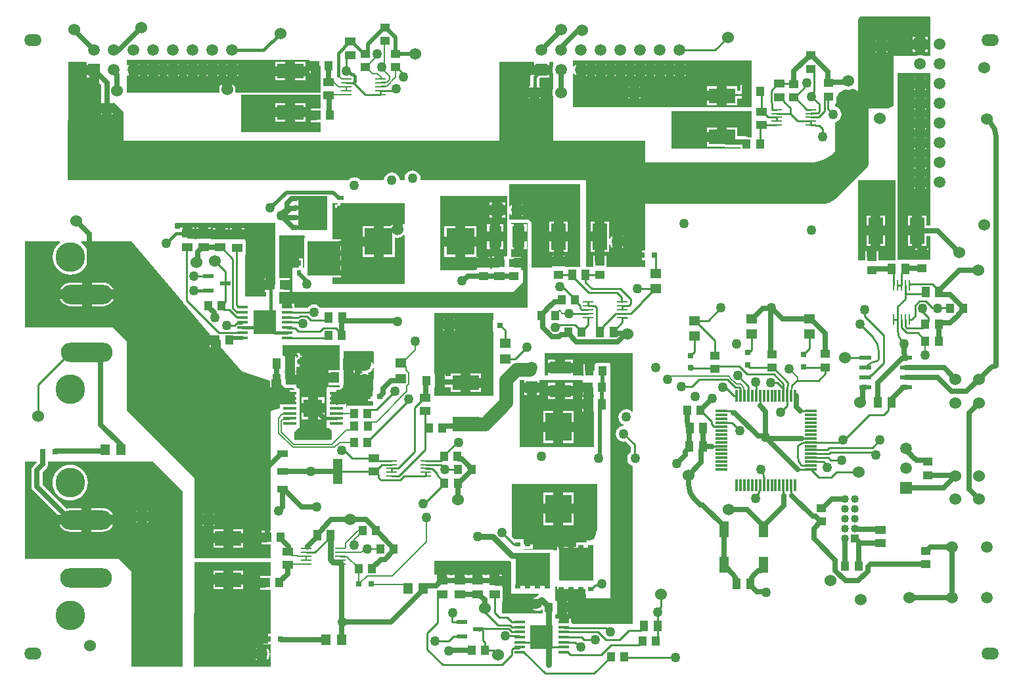
<source format=gtl>
G04*
G04 #@! TF.GenerationSoftware,Altium Limited,Altium Designer,19.1.8 (144)*
G04*
G04 Layer_Physical_Order=1*
G04 Layer_Color=255*
%FSLAX44Y44*%
%MOMM*%
G71*
G01*
G75*
%ADD13C,0.2540*%
%ADD16C,0.1270*%
%ADD19R,1.7780X0.4064*%
%ADD20R,2.4600X2.3100*%
%ADD21R,1.9000X3.3700*%
%ADD22R,3.3700X1.9000*%
%ADD23R,1.4224X0.3302*%
%ADD24R,2.9972X3.0988*%
%ADD25R,1.4500X0.2540*%
%ADD26R,0.2540X1.4500*%
%ADD27R,0.8000X0.8000*%
%ADD28R,1.4500X1.2000*%
%ADD29R,1.3208X0.5588*%
%ADD30R,1.6002X2.6924*%
%ADD31R,1.2000X1.4500*%
%ADD32R,0.8000X0.8000*%
%ADD33R,1.5500X0.3000*%
%ADD34R,0.3000X1.5500*%
%ADD35R,1.0056X1.2000*%
%ADD36R,1.3800X1.1000*%
%ADD37R,1.2000X1.0056*%
%ADD38R,1.1000X1.3800*%
%ADD39R,1.3000X2.1000*%
%ADD40R,2.6924X1.6002*%
%ADD41R,3.4036X3.6576*%
%ADD46R,0.8500X0.5000*%
%ADD47R,0.8000X0.6000*%
%ADD48R,3.7500X4.4100*%
%ADD49R,1.3208X0.9398*%
%ADD50R,1.2700X3.3020*%
%ADD51R,3.6576X3.4036*%
%ADD52R,1.5000X0.6000*%
%ADD68R,4.2904X4.4682*%
%ADD71R,4.4682X4.2904*%
%ADD92C,1.5240*%
%ADD93C,0.6350*%
%ADD94R,0.6300X0.6500*%
%ADD95R,0.6500X0.6300*%
%ADD96C,0.5080*%
%ADD97C,0.3810*%
%ADD98C,0.7620*%
%ADD99C,1.7780*%
%ADD100C,1.0160*%
%ADD101O,2.2606X1.5240*%
%ADD102C,1.5240*%
%ADD103C,1.5000*%
%ADD104R,1.5000X1.5000*%
%ADD105C,1.0160*%
%ADD106R,1.0160X1.0160*%
%ADD107C,1.4980*%
%ADD108R,1.5000X1.5000*%
%ADD109C,3.8100*%
%ADD110O,6.6802X2.5146*%
%ADD111C,1.2700*%
%ADD112C,0.6350*%
%ADD113C,0.7620*%
G36*
X1193351Y858516D02*
X1193880Y858090D01*
X1193880Y807720D01*
X1186126D01*
X1184053Y808579D01*
X1181100Y808968D01*
X1178148Y808579D01*
X1176074Y807720D01*
X1146810D01*
Y744220D01*
X1145904Y743314D01*
X1143773Y741890D01*
X1141406Y740910D01*
X1138893Y740410D01*
X1137612Y740410D01*
X1115060D01*
Y672138D01*
X1115060Y672138D01*
X1115060Y670857D01*
X1114560Y668344D01*
X1113580Y665976D01*
X1112156Y663846D01*
X1111250Y662940D01*
X1073605Y625294D01*
X1071835Y623526D01*
X1067675Y620746D01*
X1063053Y618831D01*
X1058146Y617855D01*
X826770D01*
Y557720D01*
X816040D01*
Y557530D01*
X822580D01*
Y544830D01*
X816040D01*
Y544640D01*
X826770D01*
Y537210D01*
X826770Y537210D01*
X826470Y536486D01*
X776630Y536486D01*
Y536490D01*
Y550404D01*
X774440D01*
Y542836D01*
X761740D01*
Y550404D01*
X759550D01*
Y536490D01*
X750570D01*
Y642620D01*
X750570Y642620D01*
Y647700D01*
X537926D01*
X537089Y648655D01*
X537298Y650240D01*
X536949Y652892D01*
X535925Y655364D01*
X534296Y657486D01*
X532174Y659115D01*
X529702Y660138D01*
X527050Y660488D01*
X524398Y660138D01*
X521926Y659115D01*
X519804Y657486D01*
X518175Y655364D01*
X517151Y652892D01*
X516802Y650240D01*
X517011Y648655D01*
X516174Y647700D01*
X510628D01*
X510279Y650352D01*
X509255Y652824D01*
X507626Y654946D01*
X505504Y656575D01*
X503032Y657598D01*
X500380Y657948D01*
X497728Y657598D01*
X495256Y656575D01*
X493134Y654946D01*
X491505Y652824D01*
X490481Y650352D01*
X490132Y647700D01*
X460054D01*
X459366Y648596D01*
X457244Y650225D01*
X454772Y651248D01*
X452120Y651598D01*
X449468Y651248D01*
X446996Y650225D01*
X444874Y648596D01*
X444186Y647700D01*
X83452D01*
X82557Y648602D01*
X83820Y800100D01*
X105580D01*
X106800Y799980D01*
Y796290D01*
X116840D01*
Y789940D01*
X123190D01*
Y773626D01*
X126178Y770639D01*
Y747713D01*
X126104Y747656D01*
X125416Y746760D01*
X133350D01*
X141284D01*
X140918Y747237D01*
X140959Y747515D01*
X142309Y747962D01*
X154940Y735330D01*
Y698500D01*
X638810D01*
Y800100D01*
X682160D01*
X683380Y799980D01*
X683380Y798830D01*
Y796290D01*
X703460D01*
Y799980D01*
X704680Y800100D01*
X708660D01*
Y794966D01*
X707801Y792893D01*
X707412Y789940D01*
X707801Y786988D01*
X708660Y784914D01*
Y766070D01*
X707684Y763714D01*
X707291Y760730D01*
X707684Y757746D01*
X708660Y755390D01*
Y698500D01*
X826770D01*
Y670560D01*
X1035034Y670560D01*
X1036230Y670560D01*
X1036230Y670560D01*
X1036230Y670560D01*
X1038704Y670621D01*
X1043627Y671105D01*
X1048480Y672070D01*
X1053215Y673507D01*
X1057786Y675400D01*
X1062150Y677732D01*
X1066263Y680481D01*
X1070088Y683620D01*
X1071880Y685327D01*
X1071880Y722877D01*
X1071992Y722891D01*
X1074464Y723915D01*
X1076586Y725544D01*
X1078215Y727666D01*
X1079239Y730138D01*
X1079588Y732790D01*
X1079239Y735442D01*
X1078215Y737914D01*
X1076586Y740036D01*
X1074464Y741665D01*
X1071992Y742689D01*
X1071880Y742703D01*
Y745926D01*
X1071880Y745926D01*
X1071895Y746283D01*
X1072705Y747174D01*
X1072800D01*
Y753642D01*
X1073081Y754575D01*
X1074732Y757696D01*
X1076952Y760440D01*
X1079659Y762705D01*
X1082752Y764407D01*
X1084832Y765072D01*
X1085406Y764834D01*
X1088390Y764441D01*
X1091374Y764834D01*
X1093209Y765594D01*
X1096541Y764666D01*
X1099695Y763081D01*
X1101090Y762000D01*
Y852388D01*
X1101090Y852388D01*
X1101090Y852388D01*
X1101153Y853560D01*
X1101423Y854918D01*
X1102077Y856496D01*
X1103026Y857916D01*
X1103630Y858520D01*
X1190734Y858520D01*
X1190734Y858520D01*
X1190734Y858520D01*
X1191169Y858502D01*
X1192031Y858616D01*
X1192610Y858835D01*
X1193351Y858516D01*
D02*
G37*
G36*
X963930Y770540D02*
Y762000D01*
Y747110D01*
Y741680D01*
X734060D01*
Y784914D01*
X735330Y785167D01*
X735450Y784877D01*
X737059Y782779D01*
X737870Y782157D01*
Y789940D01*
Y797723D01*
X737059Y797101D01*
X735450Y795003D01*
X735330Y794713D01*
X734060Y794966D01*
Y801916D01*
X963930D01*
Y770540D01*
D02*
G37*
G36*
X394476Y801370D02*
X402044D01*
Y795020D01*
X408394D01*
Y786480D01*
X408940D01*
Y783490D01*
X408390D01*
Y764870D01*
Y760730D01*
X298852D01*
X298264Y761610D01*
X298203Y762000D01*
X298538Y764540D01*
X298188Y767192D01*
X297165Y769664D01*
X295536Y771786D01*
X294640Y772474D01*
Y764540D01*
X281940D01*
Y772474D01*
X281044Y771786D01*
X279415Y769664D01*
X278391Y767192D01*
X278042Y764540D01*
X278377Y762000D01*
X278316Y761610D01*
X277728Y760730D01*
X158750D01*
Y782947D01*
X160020Y783378D01*
X160479Y782779D01*
X161290Y782157D01*
Y789940D01*
Y797723D01*
X160479Y797101D01*
X160020Y796502D01*
X158750Y796933D01*
Y802640D01*
X394476D01*
Y801370D01*
D02*
G37*
G36*
X408390Y747610D02*
X408940D01*
Y740060D01*
X395746D01*
Y737870D01*
X403314D01*
Y725170D01*
X395746D01*
Y722980D01*
X408940D01*
Y709930D01*
X306070Y709930D01*
Y758140D01*
X408390D01*
Y747610D01*
D02*
G37*
G36*
X963930Y703230D02*
X959753D01*
X959250Y703616D01*
X957550Y704320D01*
X955727Y704560D01*
X945220D01*
Y715690D01*
X932180D01*
Y703650D01*
X925830D01*
Y697300D01*
X906440D01*
Y691610D01*
X928186D01*
X928442Y691414D01*
X930142Y690710D01*
X931965Y690470D01*
X950012D01*
Y688340D01*
X861060Y688340D01*
Y736600D01*
X963930Y736600D01*
Y703230D01*
D02*
G37*
G36*
X447420Y618490D02*
X516890D01*
Y591390D01*
X515620Y590959D01*
X515246Y591446D01*
X514350Y592134D01*
Y584200D01*
X501650D01*
Y592134D01*
X500754Y591446D01*
X499125Y589324D01*
X498792Y588518D01*
X489574D01*
Y568960D01*
Y549402D01*
X504052D01*
Y573695D01*
X505107Y574401D01*
X505348Y574301D01*
X508000Y573952D01*
X510652Y574301D01*
X513124Y575325D01*
X515246Y576954D01*
X515620Y577441D01*
X516890Y577010D01*
Y514739D01*
X515717Y514253D01*
X515620Y514350D01*
X424180D01*
Y522489D01*
X435021D01*
Y534670D01*
Y547370D01*
Y560070D01*
Y572251D01*
X424180D01*
Y618490D01*
X430913D01*
X430951Y618450D01*
X430399Y617180D01*
X427490D01*
Y607100D01*
X427930D01*
Y612140D01*
X434280D01*
Y618365D01*
X434908Y618490D01*
X447420D01*
D01*
D02*
G37*
G36*
X742950Y536490D02*
X724560D01*
X723480Y536490D01*
X723423Y536848D01*
X714750D01*
X706210D01*
Y536486D01*
X706210Y535630D01*
X705111Y535216D01*
X680720D01*
Y593090D01*
X676910Y596900D01*
X651560D01*
Y604454D01*
X652830Y604706D01*
X652900Y604537D01*
X654509Y602439D01*
X655320Y601817D01*
Y609600D01*
Y617383D01*
X654509Y616761D01*
X652900Y614663D01*
X652830Y614493D01*
X651560Y614746D01*
Y627380D01*
X651510Y627630D01*
Y642620D01*
X742950D01*
Y536490D01*
D02*
G37*
G36*
X1193880Y589975D02*
X1189190D01*
Y602320D01*
X1183500D01*
Y582930D01*
Y563540D01*
X1189190D01*
Y575885D01*
X1193880D01*
Y545550D01*
X1191821D01*
Y545738D01*
X1183281D01*
X1174741D01*
Y545550D01*
X1151970D01*
Y786130D01*
X1193880D01*
Y589975D01*
D02*
G37*
G36*
X1149350Y544830D02*
X1127410D01*
Y556354D01*
X1125220D01*
Y548786D01*
X1112520D01*
Y556354D01*
X1110330D01*
Y544830D01*
X1101090D01*
X1101090Y647700D01*
X1149350D01*
X1149350Y544830D01*
D02*
G37*
G36*
X675640Y483870D02*
X408102Y483870D01*
X407184Y485066D01*
X405061Y486695D01*
X402590Y487719D01*
X399938Y488068D01*
X397285Y487719D01*
X394814Y486695D01*
X392691Y485066D01*
X391774Y483870D01*
X374650D01*
Y488511D01*
X371348D01*
Y484320D01*
X358648D01*
Y488511D01*
X355600D01*
Y504540D01*
X368794D01*
Y506730D01*
X361226D01*
Y519430D01*
X368794D01*
Y521620D01*
X355600D01*
X355600Y576580D01*
X387350D01*
X388620Y575310D01*
Y573521D01*
X387488D01*
Y536564D01*
X387279Y535380D01*
X386009D01*
Y546660D01*
X386009Y546810D01*
Y547370D01*
X380319D01*
Y535381D01*
X374629D01*
Y535380D01*
X373359D01*
Y534670D01*
X372110D01*
Y504190D01*
X390494D01*
X391160Y504102D01*
X391826Y504190D01*
X656590D01*
X669290Y516890D01*
Y532130D01*
X667670D01*
Y533348D01*
X667401D01*
X666400Y533998D01*
Y535216D01*
X657860D01*
Y547916D01*
X666400D01*
Y549134D01*
X654050D01*
Y559308D01*
X657352D01*
Y575310D01*
Y591312D01*
X654050D01*
Y593090D01*
X675640D01*
X675640Y483870D01*
D02*
G37*
G36*
X648970Y550404D02*
X648050D01*
Y549810D01*
X645160D01*
Y541770D01*
X638810D01*
Y535420D01*
X629370D01*
Y534083D01*
X628108Y533840D01*
X627030Y534461D01*
Y535216D01*
X618490D01*
X609950D01*
Y534618D01*
X609950Y533998D01*
X608949Y533348D01*
X608680D01*
Y532130D01*
X562610D01*
Y626110D01*
X562513Y626207D01*
X562999Y627380D01*
X648970D01*
Y550404D01*
D02*
G37*
G36*
X231406Y490443D02*
X231796Y489860D01*
X232480Y489175D01*
X265844Y449801D01*
Y448310D01*
X273344D01*
X273412Y448242D01*
Y441960D01*
X279762D01*
Y433376D01*
X306560Y401752D01*
X343508Y389782D01*
Y381720D01*
X345198D01*
Y391160D01*
X357898D01*
Y381720D01*
X359498D01*
Y380450D01*
X372317D01*
X374717Y379672D01*
X374517Y378402D01*
X369062D01*
Y367480D01*
D01*
Y360980D01*
D01*
Y360173D01*
X357632D01*
Y360172D01*
X356362D01*
Y354132D01*
X344170Y351274D01*
X344170Y222916D01*
X344082Y222250D01*
X344170Y221584D01*
Y196500D01*
X332246D01*
Y194310D01*
X339814D01*
Y181610D01*
X332246D01*
Y179420D01*
X344170D01*
Y161290D01*
X246380D01*
X246380Y264160D01*
X158750Y351790D01*
X158750Y440690D01*
X140970Y458470D01*
X27940Y458470D01*
X27940Y568960D01*
X72465D01*
X72919Y567690D01*
X70117Y565391D01*
X67261Y561910D01*
X65138Y557938D01*
X63831Y553629D01*
X63389Y549148D01*
X63831Y544667D01*
X65138Y540358D01*
X67261Y536386D01*
X70117Y532905D01*
X73598Y530049D01*
X77569Y527926D01*
X81879Y526619D01*
X86360Y526177D01*
X90841Y526619D01*
X95150Y527926D01*
X99122Y530049D01*
X102603Y532905D01*
X105459Y536386D01*
X107582Y540358D01*
X108889Y544667D01*
X109331Y549148D01*
X108889Y553629D01*
X107582Y557938D01*
X105459Y561910D01*
X102603Y565391D01*
X99801Y567690D01*
X100255Y568960D01*
X164873D01*
X231406Y490443D01*
D02*
G37*
G36*
X350520Y521620D02*
D01*
Y513080D01*
X344170D01*
Y506730D01*
X336602D01*
Y504540D01*
X338343D01*
Y497840D01*
X311150D01*
Y551770D01*
X311700D01*
Y570390D01*
X311150D01*
Y571500D01*
X310430D01*
Y571990D01*
X300990D01*
X291550D01*
Y571500D01*
X288840D01*
Y572250D01*
X279400D01*
X269960D01*
Y571500D01*
X267250D01*
Y573000D01*
X257810D01*
X248370D01*
Y571500D01*
X246168D01*
Y573000D01*
X236728D01*
Y579350D01*
X230378D01*
Y587390D01*
X227288D01*
Y585177D01*
X222480D01*
X221962Y585074D01*
X220980Y585880D01*
Y591820D01*
X222250Y593090D01*
X350520D01*
Y521620D01*
D02*
G37*
G36*
X477503Y427084D02*
X477215Y411539D01*
X476021Y411261D01*
X475125Y413423D01*
X473710Y415268D01*
Y408940D01*
X467360D01*
Y402590D01*
X461032D01*
X462877Y401175D01*
X462918Y401157D01*
X462747Y399854D01*
X462499Y399821D01*
X460337Y398925D01*
X458492Y397510D01*
X471148D01*
X469303Y398925D01*
X469262Y398943D01*
X469433Y400246D01*
X469681Y400279D01*
X471843Y401175D01*
X473700Y402600D01*
X475125Y404457D01*
X475846Y406197D01*
X477112Y405933D01*
X476581Y377300D01*
X475680Y376410D01*
X475490Y376410D01*
Y369870D01*
X469140D01*
Y363520D01*
X462600D01*
Y363330D01*
X475052D01*
X476304Y362319D01*
X476250Y359410D01*
X474579Y357739D01*
X472375D01*
X471875Y357640D01*
X442723D01*
Y355803D01*
X441198D01*
Y360172D01*
X439928D01*
Y360980D01*
X428498D01*
Y373680D01*
D01*
Y378410D01*
X433070D01*
X434061Y378607D01*
X434902Y379168D01*
X435463Y380009D01*
X435497Y380180D01*
X437492D01*
Y384260D01*
X437890D01*
Y393700D01*
Y403140D01*
X437492D01*
Y408327D01*
X438150Y427990D01*
X476614D01*
X477503Y427084D01*
D02*
G37*
G36*
X746266Y389540D02*
Y387350D01*
X753834D01*
Y381000D01*
X760184D01*
Y372460D01*
X760730D01*
Y368850D01*
X759980D01*
Y359410D01*
Y349970D01*
X760730D01*
Y304181D01*
X666750D01*
X666653Y304084D01*
X665480Y304570D01*
Y390388D01*
X665632Y390541D01*
X670680D01*
Y387350D01*
X680720D01*
X690760D01*
Y390541D01*
X745616D01*
X746266Y389540D01*
D02*
G37*
G36*
X433070Y403140D02*
X418940D01*
Y400050D01*
X426980D01*
Y387350D01*
X418940D01*
Y384260D01*
X433070D01*
Y381000D01*
X420775D01*
X419100Y382675D01*
X416560Y380135D01*
Y379672D01*
X415798D01*
Y367988D01*
Y361488D01*
Y354988D01*
Y348488D01*
Y341988D01*
X416560D01*
Y340672D01*
X415798D01*
Y328988D01*
X419042D01*
X422910Y325120D01*
Y314216D01*
X421640Y313690D01*
X374650D01*
Y323850D01*
X379788Y328988D01*
X381762D01*
Y335488D01*
Y341988D01*
Y348488D01*
Y354988D01*
Y361488D01*
Y367988D01*
Y379672D01*
X379730D01*
X378402Y381000D01*
X377820D01*
X376848Y381720D01*
Y384810D01*
X368808D01*
Y391160D01*
X362458D01*
Y400600D01*
X360858D01*
Y402040D01*
X362458D01*
Y411480D01*
Y420920D01*
X360858D01*
Y422190D01*
X359410D01*
Y435610D01*
X433070D01*
Y403140D01*
D02*
G37*
G36*
X631190Y468584D02*
X630620Y467550D01*
X630430D01*
Y461010D01*
Y454470D01*
X630620D01*
X631190Y453436D01*
Y371475D01*
X630890Y370751D01*
X554990Y370751D01*
Y381085D01*
X555536D01*
Y389625D01*
Y398165D01*
X554990D01*
X554990Y476885D01*
X631190D01*
Y468584D01*
D02*
G37*
G36*
X811022Y425450D02*
Y350532D01*
X810972Y350515D01*
X809752Y350249D01*
X807764Y351775D01*
X805292Y352799D01*
X802640Y353148D01*
X799988Y352799D01*
X797516Y351775D01*
X795394Y350146D01*
X793765Y348024D01*
X792741Y345552D01*
X792392Y342900D01*
X792741Y340248D01*
X793765Y337776D01*
X795394Y335654D01*
X797516Y334025D01*
X799606Y333159D01*
X799275Y331922D01*
X799204Y331931D01*
X796552Y331582D01*
X794080Y330559D01*
X791958Y328930D01*
X790329Y326808D01*
X789305Y324336D01*
X788956Y321684D01*
X789305Y319032D01*
X790329Y316560D01*
X791958Y314438D01*
X794080Y312809D01*
X796552Y311785D01*
X799204Y311436D01*
X801786Y311776D01*
X808255Y305307D01*
Y297905D01*
X806824Y296806D01*
X805195Y294684D01*
X804172Y292212D01*
X803822Y289560D01*
X804172Y286908D01*
X805195Y284436D01*
X806824Y282314D01*
X808946Y280685D01*
X811022Y279825D01*
X811022Y76200D01*
X782986Y76200D01*
X782320Y76288D01*
X781654Y76200D01*
X776672D01*
X776172Y76300D01*
X732790D01*
Y78151D01*
X731520D01*
Y83381D01*
X728218D01*
Y79190D01*
X715518D01*
Y83381D01*
X712216D01*
X711200Y83994D01*
Y88228D01*
X712470Y89250D01*
X713016D01*
Y97790D01*
Y106330D01*
X712470D01*
X711798Y106330D01*
X711200Y107352D01*
X711200Y124460D01*
X713030D01*
Y121239D01*
X725170D01*
D01*
X737870D01*
D01*
X749859D01*
Y114279D01*
X750570D01*
Y109220D01*
X782320Y109220D01*
X782320Y411607D01*
X780998D01*
Y412400D01*
X763322D01*
X763322Y412400D01*
X762477Y411480D01*
X761690Y411130D01*
X761454D01*
Y402590D01*
X748754D01*
Y411130D01*
X747536D01*
Y396385D01*
X746266Y395859D01*
X745758Y396367D01*
X733552D01*
Y400050D01*
X717550D01*
X701548D01*
Y396367D01*
X697230D01*
X697230Y425450D01*
X811022Y425450D01*
D02*
G37*
G36*
X765175Y256540D02*
X765175Y196432D01*
X763905Y196000D01*
X763270Y196828D01*
Y190500D01*
X756920D01*
Y184150D01*
X750592D01*
X751591Y183384D01*
X751502Y181878D01*
X751130Y181631D01*
X750010D01*
Y181631D01*
X738430D01*
Y181631D01*
X737870D01*
Y175941D01*
X725170D01*
D01*
X712989D01*
Y171450D01*
X708141Y171450D01*
Y171993D01*
X671184D01*
X670000Y172201D01*
Y173471D01*
X681280D01*
X681430Y173471D01*
X681990D01*
Y179161D01*
D01*
X670001D01*
Y184851D01*
X670000D01*
Y186121D01*
X658133D01*
X654685Y189570D01*
X654685Y256540D01*
X765175Y256540D01*
D02*
G37*
G36*
X652893Y156949D02*
X654050Y156797D01*
X654071Y115549D01*
X689385D01*
X689638Y114279D01*
X689582Y114256D01*
X687990Y113035D01*
X686149Y111194D01*
X686019Y111177D01*
X683857Y110281D01*
X682012Y108865D01*
X688340D01*
Y96165D01*
X682012D01*
X683857Y94750D01*
X686019Y93854D01*
X688340Y93549D01*
X690661Y93854D01*
X692823Y94750D01*
X693354Y95157D01*
X694624Y94531D01*
Y90170D01*
X642620D01*
Y105250D01*
X643297D01*
Y123870D01*
X642027D01*
Y125470D01*
X632587D01*
Y131820D01*
X626237D01*
Y139860D01*
X623147D01*
Y139125D01*
X620310D01*
Y140380D01*
X617220D01*
Y132340D01*
X604520D01*
Y140380D01*
X601430D01*
Y139255D01*
X597450D01*
Y140120D01*
X594360D01*
Y132080D01*
X581660D01*
Y140120D01*
X578570D01*
Y139125D01*
X574590D01*
Y140120D01*
X571500D01*
Y132080D01*
X558800D01*
Y140120D01*
X555710D01*
X554990Y141092D01*
Y148590D01*
Y157480D01*
X651610D01*
X652893Y156949D01*
D02*
G37*
G36*
X344170Y138080D02*
X330976D01*
Y135890D01*
X338544D01*
Y123190D01*
X330976D01*
Y121000D01*
X344170D01*
Y63690D01*
X334710D01*
Y63500D01*
X341250D01*
Y50800D01*
X334710D01*
Y50610D01*
X344170D01*
Y38849D01*
X342900Y38766D01*
X342639Y40752D01*
X341615Y43224D01*
X339986Y45346D01*
X339090Y46034D01*
Y38100D01*
Y30166D01*
X339986Y30854D01*
X341615Y32976D01*
X342639Y35448D01*
X342900Y37434D01*
X344170Y37351D01*
Y21557D01*
X245706D01*
X244812Y22459D01*
X246074Y156177D01*
X344170D01*
Y138080D01*
D02*
G37*
G36*
X42356Y285750D02*
X42882Y284480D01*
X38198Y279796D01*
X37079Y278337D01*
X36375Y276638D01*
X36135Y274815D01*
Y253238D01*
X36375Y251415D01*
X37079Y249715D01*
X38198Y248256D01*
X69538Y216916D01*
X100330D01*
Y225752D01*
X85852D01*
X82889Y225460D01*
X81379Y225002D01*
X50225Y256156D01*
Y271896D01*
X55402Y277073D01*
X56521Y278532D01*
X57225Y280231D01*
X57465Y282055D01*
Y285750D01*
X193040Y285750D01*
X231140Y247650D01*
Y22455D01*
X230242Y21558D01*
X165100Y21590D01*
Y143510D01*
X148590Y160020D01*
X27940Y160020D01*
X27940Y285750D01*
X42356D01*
D02*
G37*
%LPC*%
G36*
X1191140Y833000D02*
X1187450D01*
Y829310D01*
X1191140D01*
Y833000D01*
D02*
G37*
G36*
X1174750D02*
X1171060D01*
Y829310D01*
X1174750D01*
Y833000D01*
D02*
G37*
G36*
X1137920Y828354D02*
Y826770D01*
X1139504D01*
X1138816Y827666D01*
X1137920Y828354D01*
D02*
G37*
G36*
X1125220D02*
X1124324Y827666D01*
X1123636Y826770D01*
X1125220D01*
Y828354D01*
D02*
G37*
G36*
X1191140Y816610D02*
X1187450D01*
Y812920D01*
X1191140D01*
Y816610D01*
D02*
G37*
G36*
X1174750D02*
X1171060D01*
Y812920D01*
X1174750D01*
Y816610D01*
D02*
G37*
G36*
X1139504Y814070D02*
X1137920D01*
Y812486D01*
X1138816Y813174D01*
X1139504Y814070D01*
D02*
G37*
G36*
X1125220D02*
X1123636D01*
X1124324Y813174D01*
X1125220Y812486D01*
Y814070D01*
D02*
G37*
G36*
X110490Y783590D02*
X106800D01*
Y779900D01*
X110490D01*
Y783590D01*
D02*
G37*
G36*
X703460D02*
X679354D01*
X679147Y783280D01*
X678703Y781050D01*
Y769065D01*
X677284Y767976D01*
X676596Y767080D01*
X692464D01*
X691776Y767976D01*
X690357Y769065D01*
Y778636D01*
X691621Y779900D01*
X703460D01*
Y783590D01*
D02*
G37*
G36*
X692464Y754380D02*
X690880D01*
Y752796D01*
X691776Y753484D01*
X692464Y754380D01*
D02*
G37*
G36*
X678180D02*
X676596D01*
X677284Y753484D01*
X678180Y752796D01*
Y754380D01*
D02*
G37*
G36*
X141284Y734060D02*
X139700D01*
Y732476D01*
X140596Y733164D01*
X141284Y734060D01*
D02*
G37*
G36*
X127000D02*
X125416D01*
X126104Y733164D01*
X127000Y732476D01*
Y734060D01*
D02*
G37*
G36*
X761930Y594700D02*
X756240D01*
Y581660D01*
X761930D01*
Y594700D01*
D02*
G37*
G36*
X797560Y576894D02*
Y575310D01*
X799144D01*
X798456Y576206D01*
X797560Y576894D01*
D02*
G37*
G36*
X799144Y562610D02*
X797560D01*
Y561026D01*
X798456Y561714D01*
X799144Y562610D01*
D02*
G37*
G36*
X780320Y594700D02*
X774630D01*
Y575310D01*
Y555920D01*
X780320D01*
Y565383D01*
X781590Y565635D01*
X782335Y563836D01*
X783964Y561714D01*
X784860Y561026D01*
Y568960D01*
Y576894D01*
X783964Y576206D01*
X782335Y574084D01*
X781590Y572285D01*
X780320Y572537D01*
Y594700D01*
D02*
G37*
G36*
X761930Y568960D02*
X756240D01*
Y555920D01*
X761930D01*
Y568960D01*
D02*
G37*
G36*
X877570Y797723D02*
Y796290D01*
X879003D01*
X878381Y797101D01*
X877570Y797723D01*
D02*
G37*
G36*
X864870D02*
X864059Y797101D01*
X863437Y796290D01*
X864870D01*
Y797723D01*
D02*
G37*
G36*
X852170D02*
Y796290D01*
X853603D01*
X852981Y797101D01*
X852170Y797723D01*
D02*
G37*
G36*
X839470D02*
X838659Y797101D01*
X838037Y796290D01*
X839470D01*
Y797723D01*
D02*
G37*
G36*
X826770D02*
Y796290D01*
X828203D01*
X827581Y797101D01*
X826770Y797723D01*
D02*
G37*
G36*
X814070D02*
X813259Y797101D01*
X812637Y796290D01*
X814070D01*
Y797723D01*
D02*
G37*
G36*
X801370D02*
Y796290D01*
X802803D01*
X802181Y797101D01*
X801370Y797723D01*
D02*
G37*
G36*
X788670D02*
X787859Y797101D01*
X787237Y796290D01*
X788670D01*
Y797723D01*
D02*
G37*
G36*
X775970D02*
Y796290D01*
X777403D01*
X776781Y797101D01*
X775970Y797723D01*
D02*
G37*
G36*
X763270D02*
X762459Y797101D01*
X761837Y796290D01*
X763270D01*
Y797723D01*
D02*
G37*
G36*
X750570D02*
Y796290D01*
X752003D01*
X751381Y797101D01*
X750570Y797723D01*
D02*
G37*
G36*
X879003Y783590D02*
X877570D01*
Y782157D01*
X878381Y782779D01*
X879003Y783590D01*
D02*
G37*
G36*
X864870D02*
X863437D01*
X864059Y782779D01*
X864870Y782157D01*
Y783590D01*
D02*
G37*
G36*
X853603D02*
X852170D01*
Y782157D01*
X852981Y782779D01*
X853603Y783590D01*
D02*
G37*
G36*
X839470D02*
X838037D01*
X838659Y782779D01*
X839470Y782157D01*
Y783590D01*
D02*
G37*
G36*
X828203D02*
X826770D01*
Y782157D01*
X827581Y782779D01*
X828203Y783590D01*
D02*
G37*
G36*
X814070D02*
X812637D01*
X813259Y782779D01*
X814070Y782157D01*
Y783590D01*
D02*
G37*
G36*
X802803D02*
X801370D01*
Y782157D01*
X802181Y782779D01*
X802803Y783590D01*
D02*
G37*
G36*
X788670D02*
X787237D01*
X787859Y782779D01*
X788670Y782157D01*
Y783590D01*
D02*
G37*
G36*
X777403D02*
X775970D01*
Y782157D01*
X776781Y782779D01*
X777403Y783590D01*
D02*
G37*
G36*
X763270D02*
X761837D01*
X762459Y782779D01*
X763270Y782157D01*
Y783590D01*
D02*
G37*
G36*
X752003D02*
X750570D01*
Y782157D01*
X751381Y782779D01*
X752003Y783590D01*
D02*
G37*
G36*
X819150Y768664D02*
Y767080D01*
X820734D01*
X820046Y767976D01*
X819150Y768664D01*
D02*
G37*
G36*
X806450D02*
X805554Y767976D01*
X804866Y767080D01*
X806450D01*
Y768664D01*
D02*
G37*
G36*
X951230Y770540D02*
X950012D01*
Y763421D01*
X945220D01*
Y768890D01*
X932180D01*
Y756850D01*
Y744810D01*
X945220D01*
Y753063D01*
X951230D01*
Y762000D01*
Y770540D01*
D02*
G37*
G36*
X919480Y768890D02*
X906440D01*
Y763200D01*
X919480D01*
Y768890D01*
D02*
G37*
G36*
X820734Y754380D02*
X819150D01*
Y752796D01*
X820046Y753484D01*
X820734Y754380D01*
D02*
G37*
G36*
X806450D02*
X804866D01*
X805554Y753484D01*
X806450Y752796D01*
Y754380D01*
D02*
G37*
G36*
X919480Y750500D02*
X906440D01*
Y744810D01*
X919480D01*
Y750500D01*
D02*
G37*
G36*
X300990Y797723D02*
Y796290D01*
X302423D01*
X301801Y797101D01*
X300990Y797723D01*
D02*
G37*
G36*
X288290D02*
X287479Y797101D01*
X286857Y796290D01*
X288290D01*
Y797723D01*
D02*
G37*
G36*
X275590D02*
Y796290D01*
X277023D01*
X276401Y797101D01*
X275590Y797723D01*
D02*
G37*
G36*
X262890D02*
X262079Y797101D01*
X261457Y796290D01*
X262890D01*
Y797723D01*
D02*
G37*
G36*
X250190D02*
Y796290D01*
X251623D01*
X251001Y797101D01*
X250190Y797723D01*
D02*
G37*
G36*
X237490D02*
X236679Y797101D01*
X236057Y796290D01*
X237490D01*
Y797723D01*
D02*
G37*
G36*
X224790D02*
Y796290D01*
X226223D01*
X225601Y797101D01*
X224790Y797723D01*
D02*
G37*
G36*
X212090D02*
X211279Y797101D01*
X210657Y796290D01*
X212090D01*
Y797723D01*
D02*
G37*
G36*
X199390D02*
Y796290D01*
X200823D01*
X200201Y797101D01*
X199390Y797723D01*
D02*
G37*
G36*
X186690D02*
X185879Y797101D01*
X185257Y796290D01*
X186690D01*
Y797723D01*
D02*
G37*
G36*
X173990D02*
Y796290D01*
X175423D01*
X174801Y797101D01*
X173990Y797723D01*
D02*
G37*
G36*
X388960Y800570D02*
X375920D01*
Y794880D01*
X388960D01*
Y800570D01*
D02*
G37*
G36*
X363220D02*
X350180D01*
Y794880D01*
X363220D01*
Y800570D01*
D02*
G37*
G36*
X395694Y788670D02*
X394476D01*
Y786480D01*
X395694D01*
Y788670D01*
D02*
G37*
G36*
X302423Y783590D02*
X300990D01*
Y782157D01*
X301801Y782779D01*
X302423Y783590D01*
D02*
G37*
G36*
X288290D02*
X286857D01*
X287479Y782779D01*
X288290Y782157D01*
Y783590D01*
D02*
G37*
G36*
X277023D02*
X275590D01*
Y782157D01*
X276401Y782779D01*
X277023Y783590D01*
D02*
G37*
G36*
X262890D02*
X261457D01*
X262079Y782779D01*
X262890Y782157D01*
Y783590D01*
D02*
G37*
G36*
X251623D02*
X250190D01*
Y782157D01*
X251001Y782779D01*
X251623Y783590D01*
D02*
G37*
G36*
X237490D02*
X236057D01*
X236679Y782779D01*
X237490Y782157D01*
Y783590D01*
D02*
G37*
G36*
X226223D02*
X224790D01*
Y782157D01*
X225601Y782779D01*
X226223Y783590D01*
D02*
G37*
G36*
X212090D02*
X210657D01*
X211279Y782779D01*
X212090Y782157D01*
Y783590D01*
D02*
G37*
G36*
X200823D02*
X199390D01*
Y782157D01*
X200201Y782779D01*
X200823Y783590D01*
D02*
G37*
G36*
X186690D02*
X185257D01*
X185879Y782779D01*
X186690Y782157D01*
Y783590D01*
D02*
G37*
G36*
X175423D02*
X173990D01*
Y782157D01*
X174801Y782779D01*
X175423Y783590D01*
D02*
G37*
G36*
X388960Y782180D02*
X375920D01*
Y776490D01*
X388960D01*
Y782180D01*
D02*
G37*
G36*
X363220D02*
X350180D01*
Y776490D01*
X363220D01*
Y782180D01*
D02*
G37*
G36*
X388960Y747370D02*
X375920D01*
Y741680D01*
X388960D01*
Y747370D01*
D02*
G37*
G36*
X363220D02*
X350180D01*
Y741680D01*
X363220D01*
Y747370D01*
D02*
G37*
G36*
X388960Y728980D02*
X375920D01*
Y723290D01*
X388960D01*
Y728980D01*
D02*
G37*
G36*
X363220D02*
X350180D01*
Y723290D01*
X363220D01*
Y728980D01*
D02*
G37*
G36*
X919480Y715690D02*
X906440D01*
Y710000D01*
X919480D01*
Y715690D01*
D02*
G37*
G36*
X476874Y588518D02*
X462396D01*
Y575310D01*
X476874D01*
Y588518D01*
D02*
G37*
G36*
Y562610D02*
X462396D01*
Y549402D01*
X476874D01*
Y562610D01*
D02*
G37*
G36*
X668020Y617383D02*
Y615950D01*
X669453D01*
X668831Y616761D01*
X668020Y617383D01*
D02*
G37*
G36*
X669453Y603250D02*
X668020D01*
Y601817D01*
X668831Y602439D01*
X669453Y603250D01*
D02*
G37*
G36*
X727120Y594700D02*
X721430D01*
Y581660D01*
X727120D01*
Y594700D01*
D02*
G37*
G36*
X708730D02*
X703040D01*
Y581660D01*
X708730D01*
Y594700D01*
D02*
G37*
G36*
X727120Y568960D02*
X721430D01*
Y555920D01*
X727120D01*
Y568960D01*
D02*
G37*
G36*
X708730D02*
X703040D01*
Y555920D01*
X708730D01*
Y568960D01*
D02*
G37*
G36*
X723290Y550766D02*
X721100D01*
Y549548D01*
X723290D01*
Y550766D01*
D02*
G37*
G36*
X708400D02*
X706210D01*
Y549548D01*
X708400D01*
Y550766D01*
D02*
G37*
G36*
X1187450Y779943D02*
Y778510D01*
X1188883D01*
X1188261Y779321D01*
X1187450Y779943D01*
D02*
G37*
G36*
X1174750D02*
X1173939Y779321D01*
X1173317Y778510D01*
X1174750D01*
Y779943D01*
D02*
G37*
G36*
X1188883Y765810D02*
X1187450D01*
Y764377D01*
X1188261Y764999D01*
X1188883Y765810D01*
D02*
G37*
G36*
X1174750D02*
X1173317D01*
X1173939Y764999D01*
X1174750Y764377D01*
Y765810D01*
D02*
G37*
G36*
X1187450Y754543D02*
Y753110D01*
X1188883D01*
X1188261Y753921D01*
X1187450Y754543D01*
D02*
G37*
G36*
X1174750D02*
X1173939Y753921D01*
X1173317Y753110D01*
X1174750D01*
Y754543D01*
D02*
G37*
G36*
X1188883Y740410D02*
X1187450D01*
Y738977D01*
X1188261Y739599D01*
X1188883Y740410D01*
D02*
G37*
G36*
X1174750D02*
X1173317D01*
X1173939Y739599D01*
X1174750Y738977D01*
Y740410D01*
D02*
G37*
G36*
X1187450Y729143D02*
Y727710D01*
X1188883D01*
X1188261Y728521D01*
X1187450Y729143D01*
D02*
G37*
G36*
X1174750D02*
X1173939Y728521D01*
X1173317Y727710D01*
X1174750D01*
Y729143D01*
D02*
G37*
G36*
X1188883Y715010D02*
X1187450D01*
Y713577D01*
X1188261Y714199D01*
X1188883Y715010D01*
D02*
G37*
G36*
X1174750D02*
X1173317D01*
X1173939Y714199D01*
X1174750Y713577D01*
Y715010D01*
D02*
G37*
G36*
X1187450Y703743D02*
Y702310D01*
X1188883D01*
X1188261Y703121D01*
X1187450Y703743D01*
D02*
G37*
G36*
X1174750D02*
X1173939Y703121D01*
X1173317Y702310D01*
X1174750D01*
Y703743D01*
D02*
G37*
G36*
X1188883Y689610D02*
X1187450D01*
Y688177D01*
X1188261Y688799D01*
X1188883Y689610D01*
D02*
G37*
G36*
X1174750D02*
X1173317D01*
X1173939Y688799D01*
X1174750Y688177D01*
Y689610D01*
D02*
G37*
G36*
X1187450Y678343D02*
Y676910D01*
X1188883D01*
X1188261Y677721D01*
X1187450Y678343D01*
D02*
G37*
G36*
X1174750D02*
X1173939Y677721D01*
X1173317Y676910D01*
X1174750D01*
Y678343D01*
D02*
G37*
G36*
X1188883Y664210D02*
X1187450D01*
Y662777D01*
X1188261Y663399D01*
X1188883Y664210D01*
D02*
G37*
G36*
X1174750D02*
X1173317D01*
X1173939Y663399D01*
X1174750Y662777D01*
Y664210D01*
D02*
G37*
G36*
X1187450Y652943D02*
Y651510D01*
X1188883D01*
X1188261Y652321D01*
X1187450Y652943D01*
D02*
G37*
G36*
X1174750D02*
X1173939Y652321D01*
X1173317Y651510D01*
X1174750D01*
Y652943D01*
D02*
G37*
G36*
X1188883Y638810D02*
X1187450D01*
Y637377D01*
X1188261Y637999D01*
X1188883Y638810D01*
D02*
G37*
G36*
X1174750D02*
X1173317D01*
X1173939Y637999D01*
X1174750Y637377D01*
Y638810D01*
D02*
G37*
G36*
X1170800Y602320D02*
X1165110D01*
Y589280D01*
X1170800D01*
Y602320D01*
D02*
G37*
G36*
Y576580D02*
X1165110D01*
Y563540D01*
X1170800D01*
Y576580D01*
D02*
G37*
G36*
X1191821Y559656D02*
X1189631D01*
Y558438D01*
X1191821D01*
Y559656D01*
D02*
G37*
G36*
X1176931D02*
X1174741D01*
Y558438D01*
X1176931D01*
Y559656D01*
D02*
G37*
G36*
X1135990Y602320D02*
X1130300D01*
Y589280D01*
X1135990D01*
Y602320D01*
D02*
G37*
G36*
X1117600D02*
X1111910D01*
Y589280D01*
X1117600D01*
Y602320D01*
D02*
G37*
G36*
X1135990Y576580D02*
X1130300D01*
Y563540D01*
X1135990D01*
Y576580D01*
D02*
G37*
G36*
X1117600D02*
X1111910D01*
Y563540D01*
X1117600D01*
Y576580D01*
D02*
G37*
G36*
X674243Y591312D02*
X670052D01*
Y581660D01*
X674243D01*
Y591312D01*
D02*
G37*
G36*
Y568960D02*
X670052D01*
Y559308D01*
X674243D01*
Y568960D01*
D02*
G37*
G36*
X646310Y619640D02*
X642620D01*
Y615950D01*
X646310D01*
Y619640D01*
D02*
G37*
G36*
X629920D02*
X626230D01*
Y615950D01*
X629920D01*
Y619640D01*
D02*
G37*
G36*
X646310Y603250D02*
X642620D01*
Y599560D01*
X646310D01*
Y603250D01*
D02*
G37*
G36*
X629920D02*
X626230D01*
Y599560D01*
X629920D01*
Y603250D01*
D02*
G37*
G36*
X644271Y591312D02*
X640080D01*
Y581660D01*
X644271D01*
Y591312D01*
D02*
G37*
G36*
X627380D02*
X623189D01*
Y581660D01*
X627380D01*
Y591312D01*
D02*
G37*
G36*
X609462Y588518D02*
X594983D01*
Y575310D01*
X609462D01*
Y588518D01*
D02*
G37*
G36*
X582284D02*
X567805D01*
Y575310D01*
X582284D01*
Y588518D01*
D02*
G37*
G36*
X644271Y568960D02*
X640080D01*
Y559308D01*
X644271D01*
Y568960D01*
D02*
G37*
G36*
X627380D02*
X623189D01*
Y559308D01*
X627380D01*
Y568960D01*
D02*
G37*
G36*
X582284Y562610D02*
X567805D01*
Y549402D01*
X582284D01*
Y562610D01*
D02*
G37*
G36*
X632460Y549810D02*
X629370D01*
Y548120D01*
X632460D01*
Y549810D01*
D02*
G37*
G36*
X624840Y549134D02*
Y547916D01*
X627030D01*
Y549134D01*
X624840D01*
D02*
G37*
G36*
X609462Y562610D02*
X594983D01*
Y549402D01*
X608431D01*
X608666Y549402D01*
X608859Y549386D01*
X609541Y549229D01*
X609929Y548380D01*
X609950Y548136D01*
X609950Y547985D01*
Y547916D01*
X612140D01*
Y549134D01*
X610981D01*
X610746Y549134D01*
X610552Y549150D01*
X609871Y549307D01*
X609482Y550156D01*
X609462Y550400D01*
X609462Y550550D01*
Y562610D01*
D02*
G37*
G36*
X128016Y516328D02*
X113538D01*
Y507492D01*
X141758D01*
X140643Y509579D01*
X138754Y511880D01*
X136453Y513769D01*
X133827Y515172D01*
X130979Y516036D01*
X128016Y516328D01*
D02*
G37*
G36*
X100838D02*
X86360D01*
X83397Y516036D01*
X80548Y515172D01*
X77923Y513769D01*
X75622Y511880D01*
X73733Y509579D01*
X72618Y507492D01*
X100838D01*
Y516328D01*
D02*
G37*
G36*
X141758Y494792D02*
X113538D01*
Y485956D01*
X128016D01*
X130979Y486248D01*
X133827Y487112D01*
X136453Y488515D01*
X138754Y490404D01*
X140643Y492705D01*
X141758Y494792D01*
D02*
G37*
G36*
X100838D02*
X72618D01*
X73733Y492705D01*
X75622Y490404D01*
X77923Y488515D01*
X80548Y487112D01*
X83397Y486248D01*
X86360Y485956D01*
X100838D01*
Y494792D01*
D02*
G37*
G36*
X267062Y435610D02*
X265844D01*
Y433420D01*
X267062D01*
Y435610D01*
D02*
G37*
G36*
X270510Y218754D02*
Y217170D01*
X272094D01*
X271406Y218066D01*
X270510Y218754D01*
D02*
G37*
G36*
X257810D02*
X256914Y218066D01*
X256226Y217170D01*
X257810D01*
Y218754D01*
D02*
G37*
G36*
X272094Y204470D02*
X270510D01*
Y202886D01*
X271406Y203574D01*
X272094Y204470D01*
D02*
G37*
G36*
X257810D02*
X256226D01*
X256914Y203574D01*
X257810Y202886D01*
Y204470D01*
D02*
G37*
G36*
X308950Y198730D02*
X295910D01*
Y193040D01*
X308950D01*
Y198730D01*
D02*
G37*
G36*
X283210D02*
X270170D01*
Y193040D01*
X283210D01*
Y198730D01*
D02*
G37*
G36*
X308950Y180340D02*
X295910D01*
Y174650D01*
X308950D01*
Y180340D01*
D02*
G37*
G36*
X283210D02*
X270170D01*
Y174650D01*
X283210D01*
Y180340D01*
D02*
G37*
G36*
X267250Y587390D02*
X264160D01*
Y585700D01*
X267250D01*
Y587390D01*
D02*
G37*
G36*
X246168D02*
X243078D01*
Y585700D01*
X246168D01*
Y587390D01*
D02*
G37*
G36*
X251460D02*
X248370D01*
Y585700D01*
X251460D01*
Y587390D01*
D02*
G37*
G36*
X288840Y586640D02*
X285750D01*
Y584950D01*
X288840D01*
Y586640D01*
D02*
G37*
G36*
X273050D02*
X269960D01*
Y584950D01*
X273050D01*
Y586640D01*
D02*
G37*
G36*
X310430Y586380D02*
X307340D01*
Y584690D01*
X310430D01*
Y586380D01*
D02*
G37*
G36*
X294640D02*
X291550D01*
Y584690D01*
X294640D01*
Y586380D01*
D02*
G37*
G36*
X337820Y521620D02*
X336602D01*
Y519430D01*
X337820D01*
Y521620D01*
D02*
G37*
G36*
X452280Y403140D02*
X450590D01*
Y400050D01*
X452280D01*
Y403140D01*
D02*
G37*
G36*
Y387350D02*
X450590D01*
Y384260D01*
X452280D01*
Y387350D01*
D02*
G37*
G36*
X462790Y376410D02*
X462600D01*
Y376220D01*
X462790D01*
Y376410D01*
D02*
G37*
G36*
X733552Y386969D02*
X723900D01*
Y382778D01*
X733552D01*
Y386969D01*
D02*
G37*
G36*
X711200D02*
X701548D01*
Y382778D01*
X711200D01*
Y386969D01*
D02*
G37*
G36*
X747484Y374650D02*
X746266D01*
Y372460D01*
X747484D01*
Y374650D01*
D02*
G37*
G36*
X690760D02*
X687070D01*
Y370960D01*
X690760D01*
Y374650D01*
D02*
G37*
G36*
X674370D02*
X670680D01*
Y370960D01*
X674370D01*
Y374650D01*
D02*
G37*
G36*
X733552Y370078D02*
X723900D01*
Y365887D01*
X733552D01*
Y370078D01*
D02*
G37*
G36*
X711200D02*
X701548D01*
Y365887D01*
X711200D01*
Y370078D01*
D02*
G37*
G36*
X747280Y368850D02*
X745590D01*
Y365760D01*
X747280D01*
Y368850D01*
D02*
G37*
G36*
Y353060D02*
X745590D01*
Y349970D01*
X747280D01*
Y353060D01*
D02*
G37*
G36*
X734568Y351028D02*
X721360D01*
Y336550D01*
X734568D01*
Y351028D01*
D02*
G37*
G36*
X708660D02*
X695452D01*
Y336550D01*
X708660D01*
Y351028D01*
D02*
G37*
G36*
X734568Y323850D02*
X721360D01*
Y309372D01*
X734568D01*
Y323850D01*
D02*
G37*
G36*
X708660D02*
X695452D01*
Y309372D01*
X708660D01*
Y323850D01*
D02*
G37*
G36*
X378460Y425772D02*
X378336Y425147D01*
X378828Y422669D01*
X379691Y421377D01*
X379284Y420002D01*
X378118Y419222D01*
X376848Y419901D01*
Y420920D01*
X375158D01*
Y411480D01*
Y402040D01*
X376848D01*
Y408139D01*
X378118Y408818D01*
X379284Y408038D01*
X381762Y407546D01*
X382387Y407670D01*
X381762D01*
Y420370D01*
X384810D01*
Y425147D01*
X378460D01*
Y425772D01*
D02*
G37*
G36*
X376848Y400600D02*
X375158D01*
Y397510D01*
X376848D01*
Y400600D01*
D02*
G37*
G36*
X413620Y368420D02*
X405130D01*
Y360680D01*
X413620D01*
Y368420D01*
D02*
G37*
G36*
X392430D02*
X383940D01*
Y360680D01*
X392430D01*
Y368420D01*
D02*
G37*
G36*
X413620Y347980D02*
X405130D01*
Y340240D01*
X413620D01*
Y347980D01*
D02*
G37*
G36*
X392430D02*
X383940D01*
Y340240D01*
X392430D01*
Y347980D01*
D02*
G37*
G36*
X580390Y470214D02*
Y468630D01*
X581974D01*
X581286Y469526D01*
X580390Y470214D01*
D02*
G37*
G36*
X567690D02*
X566794Y469526D01*
X566106Y468630D01*
X567690D01*
Y470214D01*
D02*
G37*
G36*
X617730Y467550D02*
X617540D01*
Y467360D01*
X617730D01*
Y467550D01*
D02*
G37*
G36*
Y454660D02*
X617540D01*
Y454470D01*
X617730D01*
Y454660D01*
D02*
G37*
G36*
X581974Y455930D02*
X580390D01*
Y454346D01*
X581286Y455034D01*
X581974Y455930D01*
D02*
G37*
G36*
X567690D02*
X566106D01*
X566794Y455034D01*
X567690Y454346D01*
Y455930D01*
D02*
G37*
G36*
X589280Y399320D02*
X576240D01*
Y395498D01*
X569454D01*
Y398165D01*
X568236D01*
Y389625D01*
Y381085D01*
X569454D01*
Y381407D01*
X576240D01*
Y375240D01*
X589280D01*
Y387280D01*
Y399320D01*
D02*
G37*
G36*
X615020D02*
X601980D01*
Y393630D01*
X615020D01*
Y399320D01*
D02*
G37*
G36*
Y380930D02*
X601980D01*
Y375240D01*
X615020D01*
Y380930D01*
D02*
G37*
G36*
X733552Y416941D02*
X723900D01*
Y412750D01*
X733552D01*
Y416941D01*
D02*
G37*
G36*
X711200D02*
X701548D01*
Y412750D01*
X711200D01*
Y416941D01*
D02*
G37*
G36*
X725716Y106330D02*
Y104140D01*
X726934D01*
Y106330D01*
X725716D01*
D02*
G37*
G36*
X726934Y91440D02*
X725716D01*
Y89250D01*
X726934D01*
Y91440D01*
D02*
G37*
G36*
X734568Y245618D02*
X721360D01*
Y231140D01*
X734568D01*
Y245618D01*
D02*
G37*
G36*
X708660D02*
X695452D01*
Y231140D01*
X708660D01*
Y245618D01*
D02*
G37*
G36*
X734568Y218440D02*
X721360D01*
Y203962D01*
X734568D01*
Y218440D01*
D02*
G37*
G36*
X708660D02*
X695452D01*
Y203962D01*
X708660D01*
Y218440D01*
D02*
G37*
G36*
X642027Y139860D02*
X638937D01*
Y138170D01*
X642027D01*
Y139860D01*
D02*
G37*
G36*
X308950Y145530D02*
X295910D01*
Y139840D01*
X308950D01*
Y145530D01*
D02*
G37*
G36*
X283210D02*
X270170D01*
Y139840D01*
X283210D01*
Y145530D01*
D02*
G37*
G36*
X308950Y127140D02*
X295910D01*
Y121450D01*
X308950D01*
Y127140D01*
D02*
G37*
G36*
X283210D02*
X270170D01*
Y121450D01*
X283210D01*
Y127140D01*
D02*
G37*
G36*
X326390Y46034D02*
X325494Y45346D01*
X324806Y44450D01*
X326390D01*
Y46034D01*
D02*
G37*
G36*
Y31750D02*
X324806D01*
X325494Y30854D01*
X326390Y30166D01*
Y31750D01*
D02*
G37*
G36*
X85852Y281543D02*
X81371Y281101D01*
X77062Y279794D01*
X73090Y277671D01*
X69609Y274815D01*
X66753Y271334D01*
X64630Y267362D01*
X63323Y263053D01*
X62881Y258572D01*
X63323Y254091D01*
X64630Y249781D01*
X66753Y245810D01*
X69609Y242329D01*
X73090Y239473D01*
X77062Y237350D01*
X81371Y236043D01*
X85852Y235601D01*
X90333Y236043D01*
X94642Y237350D01*
X98614Y239473D01*
X102095Y242329D01*
X104951Y245810D01*
X107074Y249781D01*
X108381Y254091D01*
X108823Y258572D01*
X108381Y263053D01*
X107074Y267362D01*
X104951Y271334D01*
X102095Y274815D01*
X98614Y277671D01*
X94642Y279794D01*
X90333Y281101D01*
X85852Y281543D01*
D02*
G37*
G36*
X185420Y222564D02*
Y220980D01*
X187004D01*
X186316Y221876D01*
X185420Y222564D01*
D02*
G37*
G36*
X172720D02*
X171824Y221876D01*
X171136Y220980D01*
X172720D01*
Y222564D01*
D02*
G37*
G36*
X127508Y225752D02*
X113030D01*
Y216916D01*
X141250D01*
X140135Y219003D01*
X138246Y221304D01*
X135945Y223193D01*
X133320Y224596D01*
X130471Y225460D01*
X127508Y225752D01*
D02*
G37*
G36*
X187004Y208280D02*
X185420D01*
Y206696D01*
X186316Y207384D01*
X187004Y208280D01*
D02*
G37*
G36*
X172720D02*
X171136D01*
X171824Y207384D01*
X172720Y206696D01*
Y208280D01*
D02*
G37*
G36*
X141250Y204216D02*
X113030D01*
Y195380D01*
X127508D01*
X130471Y195672D01*
X133320Y196536D01*
X135945Y197939D01*
X138246Y199828D01*
X140135Y202129D01*
X141250Y204216D01*
D02*
G37*
G36*
X100330D02*
X72110D01*
X73225Y202129D01*
X75114Y199828D01*
X77415Y197939D01*
X80041Y196536D01*
X82889Y195672D01*
X85852Y195380D01*
X100330D01*
Y204216D01*
D02*
G37*
%LPD*%
D13*
X1023620Y291777D02*
G03*
X1028266Y280560I15863J0D01*
G01*
X1035691Y310560D02*
G03*
X1023620Y305560I0J-17071D01*
G01*
X1110320Y393700D02*
G03*
X1118412Y397052I0J11443D01*
G01*
X1151970Y456211D02*
G03*
X1159409Y438251I25400J0D01*
G01*
X1125513Y415167D02*
G03*
X1127760Y417702I-293J2523D01*
G01*
X1127760Y427629D02*
G03*
X1120321Y445589I-25400J0D01*
G01*
X1125513Y415167D02*
G03*
X1113164Y409244I2247J-20519D01*
G01*
X1061617Y277780D02*
G03*
X1059879Y281975I-5932J0D01*
G01*
X979880Y265100D02*
G03*
X975680Y275240I-14340J0D01*
G01*
X969330Y238410D02*
G03*
X974880Y251809I-13399J13399D01*
G01*
X1196732Y483572D02*
X1219562D01*
X912873Y304640D02*
X913595Y305362D01*
X1023620Y291777D02*
Y305560D01*
X1028266Y280560D02*
X1039880D01*
X1035691Y310560D02*
X1039880D01*
X1118412Y397052D02*
X1134110Y412750D01*
X813435Y290195D02*
Y307453D01*
X799204Y321684D02*
X813435Y307453D01*
X988115Y387440D02*
X996920D01*
X748113Y56388D02*
X762411D01*
X744811Y59690D02*
X748113Y56388D01*
X766259Y66190D02*
X776061Y56388D01*
X793851D01*
X721868Y66190D02*
X766259D01*
X542354Y231140D02*
X568052Y256838D01*
X540417Y231140D02*
X542354D01*
X568052Y256838D02*
Y257810D01*
X277622Y451358D02*
X307640D01*
X235458Y493522D02*
X277622Y451358D01*
X307640D02*
X308102Y451820D01*
X297359Y461010D02*
X299876Y463527D01*
X287115Y461010D02*
X297359D01*
X299876Y463527D02*
X306809D01*
X308102Y464820D01*
X235458Y493522D02*
Y560820D01*
X1055524Y703580D02*
Y714312D01*
X1051166Y718670D02*
X1055524Y714312D01*
X1046520Y718670D02*
X1051166D01*
X439420Y299720D02*
X448830Y290310D01*
X435610Y299720D02*
X439420D01*
X1188052Y492252D02*
X1196732Y483572D01*
X1174402Y472948D02*
Y486598D01*
X1169674Y468220D02*
X1174402Y472948D01*
X1180056Y492252D02*
X1188052D01*
X1174402Y486598D02*
X1180056Y492252D01*
X1184054Y478376D02*
Y482600D01*
Y478376D02*
X1191570Y470860D01*
X611632Y69850D02*
X613156Y68326D01*
X631448Y42882D02*
X637286Y37044D01*
X642412Y24130D02*
X654942Y36660D01*
X565658Y24130D02*
X642412D01*
X546100Y43688D02*
X565658Y24130D01*
X656492Y45270D02*
X663552D01*
X654558Y43336D02*
X656492Y45270D01*
X654558Y37044D02*
Y43336D01*
Y37044D02*
X654942Y36660D01*
X720440Y510540D02*
X735978Y495002D01*
X716826Y510540D02*
X720440D01*
X735978Y494030D02*
Y495002D01*
X702310Y50800D02*
X706420Y46690D01*
X761092Y12700D02*
X782682Y34290D01*
X697796Y12700D02*
X761092D01*
X670306Y40190D02*
X697796Y12700D01*
X1191570Y466038D02*
Y470860D01*
X1187812Y462280D02*
X1191570Y466038D01*
X513676Y782994D02*
X515620Y781050D01*
X513676Y782994D02*
Y786506D01*
X502984Y765810D02*
X505733D01*
X500524Y763350D02*
X502984Y765810D01*
X485550Y763350D02*
X500524D01*
X485550Y758350D02*
Y763350D01*
X441550Y788670D02*
Y805020D01*
X445780Y809250D01*
X447040D01*
X1151970Y456211D02*
Y468220D01*
X1103630Y462280D02*
X1120321Y445589D01*
X1159409Y438251D02*
X1160780Y436880D01*
X1127760Y417702D02*
Y427629D01*
X1110320Y406400D02*
X1113164Y409244D01*
X451287Y773350D02*
X466257Y758380D01*
X485520D01*
X1018178Y772160D02*
X1018540Y771798D01*
X999490Y772160D02*
X1018178D01*
X1187812Y461426D02*
Y462280D01*
X1062018Y740112D02*
X1069340Y732790D01*
X1046520Y718670D02*
Y718750D01*
X1046290Y718980D02*
X1046520Y718750D01*
X1040540Y718980D02*
X1046290D01*
X1166970Y468220D02*
X1169674D01*
X1219562Y482600D02*
Y483572D01*
X1032846Y771124D02*
X1034790Y773068D01*
X1032846Y768076D02*
Y771124D01*
X1019512Y754742D02*
X1032846Y768076D01*
X1018540Y754742D02*
X1019512D01*
X1040616Y756012D02*
X1041102D01*
X1040616D02*
Y758761D01*
X1041102Y756012D02*
X1051092Y746022D01*
X1040616Y758761D02*
X1044442Y762587D01*
Y787814D01*
X1040684Y791572D02*
X1044442Y787814D01*
X1040130Y791572D02*
X1040684D01*
X891520Y467040D02*
X907730D01*
X890270D02*
X891520D01*
X907730D02*
X924560Y483870D01*
X916940Y422186D02*
Y441620D01*
X891520Y467040D02*
X916940Y441620D01*
X839490Y508160D02*
X840740D01*
X816610D02*
X839490D01*
X659450Y418150D02*
X674370Y433070D01*
X646430Y418150D02*
X659450D01*
X886532Y382270D02*
X896184Y391922D01*
X873760Y382270D02*
X886532D01*
X711200Y458470D02*
X713949D01*
X716901Y461422D01*
X736176D01*
X744506Y453092D01*
Y452120D02*
Y453092D01*
X733278Y476410D02*
X753300D01*
X946150Y396240D02*
X959880Y382510D01*
Y370560D02*
Y382510D01*
X969010Y388360D02*
X969682Y387688D01*
Y370758D02*
Y387688D01*
X927100Y381000D02*
X928370D01*
X929640Y382270D01*
X941004Y383286D02*
X942678Y381612D01*
X940784Y383286D02*
X941004D01*
X933196Y390874D02*
X940784Y383286D01*
X933196Y390874D02*
Y391094D01*
X932368Y391922D02*
X933196Y391094D01*
X929640Y382270D02*
X941350Y370560D01*
X896184Y391922D02*
X932368D01*
X942678Y381612D02*
X947748D01*
X949682Y379678D01*
Y370758D02*
Y379678D01*
X958320Y398070D02*
X992605D01*
X947588Y408802D02*
X958320Y398070D01*
X920612Y408802D02*
X947588D01*
X916940Y405130D02*
X920612Y408802D01*
X1004880Y370560D02*
Y385795D01*
X969682Y370758D02*
X969880Y370560D01*
X961390Y406400D02*
X990238D01*
X958850Y408940D02*
X961390Y406400D01*
X974880Y357603D02*
Y370560D01*
X506432Y793750D02*
X513676Y786506D01*
X505460Y793750D02*
X506432D01*
X485520Y758380D02*
X485550Y758350D01*
X472375Y352560D02*
X480830D01*
X468617Y348802D02*
X472375Y352560D01*
X468617Y347830D02*
Y348802D01*
X480830Y352560D02*
X504190Y375920D01*
X468617Y310910D02*
X521970Y364263D01*
Y365760D01*
X529590Y355210D02*
X542160Y367780D01*
X529590Y298060D02*
Y355210D01*
X508588Y277058D02*
X529590Y298060D01*
X300534Y471828D02*
X307594D01*
X292853Y479509D02*
X300534Y471828D01*
Y478328D02*
X307594D01*
X295364Y483498D02*
X300534Y478328D01*
X295364Y483498D02*
Y546776D01*
X483150Y264880D02*
X486410Y261620D01*
X483150Y264880D02*
Y268820D01*
X478920Y273050D02*
X483150Y268820D01*
X477520Y273050D02*
X478920D01*
X486410Y261620D02*
X510656D01*
X515896Y266860D01*
X543970D01*
X448830Y290310D02*
X477520D01*
X430530Y273050D02*
X477520D01*
X584238Y309880D02*
X586740D01*
X567430Y293072D02*
X584238Y309880D01*
X567430Y292100D02*
Y293072D01*
X568960Y275590D02*
X585832D01*
X421160Y188778D02*
Y190178D01*
X401312Y168930D02*
X421160Y188778D01*
X390352Y168930D02*
X401312D01*
X390252Y168830D02*
X390352Y168930D01*
X434252Y153830D02*
Y156488D01*
X938656Y350560D02*
X940448Y348768D01*
X924880Y350560D02*
X938656D01*
X938818Y335362D02*
X948620Y325560D01*
X925078Y335362D02*
X938818D01*
X941350Y370560D02*
X944880D01*
X996920Y387440D02*
X1004682Y379678D01*
Y370758D02*
Y379678D01*
Y370758D02*
X1004880Y370560D01*
X992605Y398070D02*
X1004880Y385795D01*
X1010830Y382872D02*
Y387440D01*
X1010078Y382120D02*
X1010830Y382872D01*
X1010078Y370758D02*
Y382120D01*
X1009880Y370560D02*
X1010078Y370758D01*
X1014880Y242633D02*
X1015830Y241683D01*
X1014880Y242633D02*
Y255560D01*
X1004880Y242633D02*
X1005830Y241683D01*
X1004880Y242633D02*
Y255560D01*
X913595Y305362D02*
X924682D01*
X924880Y305560D01*
X912487Y334034D02*
Y337193D01*
Y334034D02*
X915762Y330758D01*
X924682D01*
X924880Y330560D01*
X949682Y370758D02*
X949880Y370560D01*
X959880D02*
X960078Y370362D01*
X468617Y309938D02*
Y310910D01*
X813435Y290195D02*
X814070Y289560D01*
X1009880Y357700D02*
Y370560D01*
X1001080Y348900D02*
X1009880Y357700D01*
X1109619Y472801D02*
Y481330D01*
Y472801D02*
X1134110Y448310D01*
Y412750D02*
Y448310D01*
X1062018Y740112D02*
Y756012D01*
X1050623Y729178D02*
X1058260Y736814D01*
X1040738Y729178D02*
X1050623D01*
X1051092Y736112D02*
Y746022D01*
X1049158Y734178D02*
X1051092Y736112D01*
X1040738Y734178D02*
X1049158D01*
X1058260Y736814D02*
Y752254D01*
X924880Y335560D02*
X925078Y335362D01*
X1140460Y351790D02*
Y358400D01*
X1134110Y345440D02*
X1140460Y351790D01*
X1115275Y345440D02*
X1134110D01*
X1082254Y312420D02*
X1115275Y345440D01*
X1140460Y358400D02*
X1144010Y361950D01*
X1078524Y310560D02*
X1081304Y313340D01*
X1114110Y303503D02*
X1119513D01*
X1129350Y313340D01*
X1113787Y303180D02*
X1114110Y303503D01*
X1064166Y303180D02*
X1113787D01*
X1061546Y300560D02*
X1064166Y303180D01*
X1039880Y300560D02*
X1061546D01*
X1039880Y295560D02*
X1064166D01*
X1121521Y294335D02*
X1124270D01*
X1118648Y297208D02*
X1121521Y294335D01*
X1065814Y297208D02*
X1118648D01*
X1064166Y295560D02*
X1065814Y297208D01*
X1065937Y287556D02*
X1079820D01*
X1039880Y290560D02*
X1062933D01*
X1065937Y287556D01*
X1124090Y295741D02*
X1124270Y295560D01*
X1079820Y288221D02*
X1082260Y290660D01*
X1079820Y287556D02*
Y288221D01*
X1073150Y271780D02*
X1102360D01*
X1066800Y265430D02*
X1073150Y271780D01*
X1050040Y265430D02*
X1066800D01*
X1040830Y274640D02*
X1050040Y265430D01*
X1056294Y285560D02*
X1059879Y281975D01*
X1039880Y310560D02*
X1078524D01*
X1124270Y294335D02*
Y295560D01*
X1039880Y285560D02*
X1056294D01*
X916940Y815340D02*
X933450Y831850D01*
X871220Y815340D02*
X916940D01*
X1205230Y504190D02*
Y505590D01*
X1196428Y514392D02*
X1205230Y505590D01*
X1167200Y514392D02*
X1196428D01*
X1166970Y514162D02*
X1167200Y514392D01*
X1166970Y512220D02*
Y514162D01*
X1156970Y468220D02*
X1157168Y468022D01*
Y458136D02*
Y468022D01*
Y458136D02*
X1163740Y451564D01*
X1177910D01*
X1187812Y441662D01*
Y440690D02*
Y441662D01*
X1161970Y468220D02*
X1162168Y468022D01*
Y459602D02*
Y468022D01*
Y459602D02*
X1164102Y457668D01*
X1184054D01*
X1187812Y461426D01*
X1161970Y512220D02*
X1162168Y512022D01*
Y503602D02*
Y512022D01*
Y503602D02*
X1164102Y501668D01*
X1185448D01*
X1187970Y504190D01*
X1146970Y468220D02*
X1151970D01*
Y485220D01*
X1161970Y495220D01*
Y512220D01*
X1156970Y527180D02*
X1163241Y533451D01*
Y534851D01*
X1156970Y512220D02*
Y527180D01*
X1151970Y512220D02*
X1156970D01*
X1144530Y533400D02*
X1146970Y530960D01*
Y512220D02*
Y530960D01*
X1013540Y733980D02*
Y740850D01*
X1005120Y749270D02*
X1013540Y740850D01*
X1005120Y749270D02*
Y750670D01*
X1000890Y754900D02*
X1005120Y750670D01*
X999490Y754900D02*
X1000890D01*
X998090Y772160D02*
X999490D01*
X989288Y763358D02*
X998090Y772160D01*
X989288Y748032D02*
Y763358D01*
Y748032D02*
X990560Y746760D01*
Y739210D02*
Y746760D01*
Y739210D02*
X990790Y738980D01*
X996540D01*
X1023540Y723980D02*
X1040540D01*
X1013540Y733980D02*
X1023540Y723980D01*
X996540Y733980D02*
X1013540D01*
X1040540Y718980D02*
Y723980D01*
X1058260Y752254D02*
X1062018Y756012D01*
X1040540Y728980D02*
X1040738Y729178D01*
X1040540Y733980D02*
X1040738Y734178D01*
X1034790Y738980D02*
X1040540D01*
X1034560Y739210D02*
X1034790Y738980D01*
X1034560Y739210D02*
Y739694D01*
X1019512Y754742D02*
X1034560Y739694D01*
X976530Y718980D02*
X996540D01*
X974636Y717086D02*
X976530Y718980D01*
X985390Y728980D02*
X996540D01*
X978030Y736340D02*
X985390Y728980D01*
X976630Y736340D02*
X978030D01*
X996540Y723980D02*
Y728980D01*
X974636Y762000D02*
X976630Y760006D01*
Y736340D02*
Y760006D01*
X974636Y694690D02*
Y717086D01*
X953822Y758242D02*
X957580Y762000D01*
X927222Y758242D02*
X953822D01*
X925830Y756850D02*
X927222Y758242D01*
X842512Y91440D02*
Y94189D01*
X847090Y98767D01*
Y114300D01*
X86360Y426466D02*
X107188D01*
X44450Y384556D02*
X86360Y426466D01*
X44450Y344170D02*
Y384556D01*
X150810Y300990D02*
Y302240D01*
X753300Y486410D02*
Y491410D01*
Y486410D02*
X753498Y486212D01*
X761918D01*
X764380Y483750D01*
Y456350D02*
Y483750D01*
Y456350D02*
X768610Y452120D01*
X797102Y476212D02*
X797300Y476410D01*
X788682Y476212D02*
X797102D01*
X773010Y460540D02*
X788682Y476212D01*
X773010Y457920D02*
Y460540D01*
X768610Y453520D02*
X773010Y457920D01*
X768610Y452120D02*
Y453520D01*
X808362Y476410D02*
X821561Y489609D01*
Y490231D01*
X839490Y508160D01*
X797300Y476410D02*
X808362D01*
X838580Y551180D02*
X840740Y549020D01*
Y528160D02*
Y549020D01*
X640080Y461010D02*
X646430Y454660D01*
Y438150D02*
Y454660D01*
X639161Y84739D02*
X649233D01*
X632587Y91313D02*
X639161Y84739D01*
X632587Y91313D02*
Y114560D01*
X637286Y75184D02*
X652322D01*
X620310Y92160D02*
X637286Y75184D01*
X620310Y92160D02*
Y96520D01*
X649233Y84739D02*
X654781Y79190D01*
X646430Y60960D02*
X663702D01*
X654850Y66190D02*
X664972D01*
X650428Y70612D02*
X654850Y66190D01*
X613238Y70612D02*
X650428D01*
X663702Y60960D02*
X664972Y59690D01*
X612178Y69552D02*
X613238Y70612D01*
X652322Y75184D02*
X654816Y72690D01*
X664972D01*
X654781Y79190D02*
X664972D01*
X607822Y69850D02*
X611632D01*
X642620Y194310D02*
X657769Y179161D01*
X662940D01*
X543970Y266860D02*
Y271860D01*
X568052Y257810D02*
Y258782D01*
X558441Y268393D02*
X568052Y258782D01*
X558441Y268393D02*
Y270809D01*
X552588Y276662D02*
X558441Y270809D01*
X544168Y276662D02*
X552588D01*
X543970Y276860D02*
X544168Y276662D01*
X567430Y276860D02*
Y277832D01*
X563402Y281860D02*
X567430Y277832D01*
X543970Y281860D02*
X563402D01*
X567430Y291128D02*
Y292100D01*
X563162Y286860D02*
X567430Y291128D01*
X543970Y286860D02*
X563162D01*
X487730Y281860D02*
X499970D01*
X478920Y273050D02*
X487730Y281860D01*
X477520Y290310D02*
X480970Y286860D01*
X499970D01*
Y271860D02*
Y276860D01*
X500168Y277058D02*
X508588D01*
X499970Y276860D02*
X500168Y277058D01*
X542160Y367780D02*
X543560D01*
X500168Y267058D02*
X509628D01*
X499970Y266860D02*
X500168Y267058D01*
X509628D02*
X543560Y300990D01*
Y350520D01*
X801008Y33020D02*
X866140D01*
X799738Y34290D02*
X801008Y33020D01*
X721868Y59690D02*
X744811D01*
X768946Y126326D02*
X770890Y128270D01*
X762107Y126326D02*
X768946D01*
X757020Y121239D02*
X762107Y126326D01*
X756920Y121239D02*
X757020D01*
X840378Y54610D02*
X842512Y56744D01*
Y73660D01*
X742792Y46690D02*
X744161D01*
X736292Y53190D02*
X742792Y46690D01*
X721868Y53190D02*
X736292D01*
X842512Y73660D02*
Y91440D01*
X721868Y40190D02*
X727202D01*
X730354Y37038D01*
X769732D01*
X782574Y49880D01*
X819564D01*
X823322Y53638D01*
Y54610D01*
X793851Y56388D02*
X805493Y68030D01*
X821022D01*
X825252Y72260D01*
Y73660D01*
X730498Y71120D02*
X776172D01*
X730348Y71270D02*
X730498Y71120D01*
X723288Y71270D02*
X730348D01*
X721868Y72690D02*
X723288Y71270D01*
X776172Y71120D02*
X781252Y66040D01*
X782320D01*
X664972Y40190D02*
X670306D01*
X620310Y96520D02*
Y99064D01*
X706420Y46690D02*
X721868D01*
X686920Y53190D02*
X693420Y59690D01*
X664972Y53190D02*
X686920D01*
X556260Y54610D02*
X574040D01*
X579584Y60154D01*
X546100Y64747D02*
X559520Y78167D01*
X546100Y43688D02*
Y64747D01*
X663552Y45270D02*
X664972Y46690D01*
X559520Y78167D02*
Y110590D01*
X563750Y114820D01*
X565150D01*
X579584Y60154D02*
X590334D01*
X578104Y79248D02*
X585978D01*
X578104D02*
Y90424D01*
X620306Y42882D02*
X631448D01*
X565150Y114820D02*
X566550D01*
X617512Y55486D02*
X620306Y52692D01*
X617512Y55486D02*
Y68028D01*
X620306Y42882D02*
Y52692D01*
X807852Y488542D02*
Y495063D01*
X805918Y486608D02*
X807852Y488542D01*
X803320Y486608D02*
X805918D01*
X803122Y486410D02*
X803320Y486608D01*
X797300Y486410D02*
X803122D01*
X794915Y508000D02*
X807852Y495063D01*
X758190Y508000D02*
X794915D01*
X732428Y524742D02*
Y526142D01*
X796403Y491640D02*
Y497727D01*
X790702Y503428D02*
X796403Y497727D01*
X753742Y503428D02*
X790702D01*
X796403Y491640D02*
X796633Y491410D01*
X797300D01*
X750050Y516140D02*
X758190Y508000D01*
X750050Y516140D02*
Y525780D01*
X732428Y524742D02*
X753742Y503428D01*
X416820Y445320D02*
X418350Y446850D01*
X364998Y445320D02*
X416820D01*
X435406Y448310D02*
Y449974D01*
X407547Y453390D02*
X411871Y457714D01*
X380050Y453390D02*
X407547D01*
X375628Y457812D02*
X380050Y453390D01*
X390906Y473202D02*
X395940Y468168D01*
X382043Y473202D02*
X390906D01*
X380162Y471320D02*
X382043Y473202D01*
X384810Y464820D02*
X386080Y463550D01*
X364998Y464820D02*
X384810D01*
X395940Y468168D02*
X417380D01*
X364998Y471320D02*
X380162D01*
X364998Y477820D02*
X399938D01*
X365506Y457812D02*
X375628D01*
X411871Y457714D02*
X427666D01*
X753300Y461886D02*
Y471410D01*
X744506Y453092D02*
X753300Y461886D01*
X753102Y481608D02*
X753300Y481410D01*
X744682Y481608D02*
X753102D01*
X742748Y483542D02*
X744682Y481608D01*
X742748Y483542D02*
Y486288D01*
X735978Y493058D02*
X742748Y486288D01*
X735978Y493058D02*
Y494030D01*
X797300Y464950D02*
Y471410D01*
X785870Y453520D02*
X797300Y464950D01*
X785870Y452120D02*
Y453520D01*
X797300Y471410D02*
X803050D01*
X750050Y525780D02*
X768090D01*
X797300Y481410D02*
X797498Y481212D01*
X797300Y481410D02*
Y486410D01*
X714750Y526142D02*
X732428D01*
X285458Y491198D02*
Y515112D01*
X280670Y486410D02*
X285458Y491198D01*
X272330Y543560D02*
X285458Y530432D01*
Y515112D02*
Y530432D01*
X299936Y487152D02*
Y560026D01*
Y487152D02*
X302768Y484320D01*
X299936Y560026D02*
X300990Y561080D01*
X418350Y446850D02*
Y448310D01*
X364998Y458320D02*
X365506Y457812D01*
X302768Y484320D02*
X308102D01*
X279400Y561340D02*
X280800D01*
X295364Y546776D01*
X307594Y478328D02*
X308102Y477820D01*
X245110Y524510D02*
X263614D01*
X235458Y560820D02*
X236728Y562090D01*
X292853Y479509D02*
Y479543D01*
X307594Y471828D02*
X308102Y471320D01*
X290716Y481680D02*
X292853Y479543D01*
X284428Y481680D02*
X290716D01*
X280670Y485438D02*
X284428Y481680D01*
X280670Y485438D02*
Y486410D01*
X427666Y457714D02*
X435406Y449974D01*
X417380Y468168D02*
X418350Y467198D01*
X441550Y773350D02*
X451287D01*
X1031240Y408032D02*
X1032148Y407124D01*
X1059180D01*
X890270Y427480D02*
Y447040D01*
X885190Y422400D02*
X890270Y427480D01*
X885825Y405765D02*
X916305D01*
X963930Y430020D02*
Y449580D01*
X958850Y424940D02*
X963930Y430020D01*
X991870Y406400D02*
X1010830Y387440D01*
X990238Y406400D02*
X991870D01*
X1023807Y389890D02*
X1050290D01*
X1038700Y431492D02*
Y449580D01*
X1031240Y424032D02*
X1038700Y431492D01*
Y449580D02*
X1038860D01*
X1023620Y275560D02*
X1039880D01*
X1028266Y315560D02*
X1039880D01*
X1015713Y380994D02*
Y383666D01*
X1022857Y390810D01*
X1050290Y389890D02*
X1059180Y398780D01*
Y407124D01*
X1026923Y350560D02*
X1039880D01*
X979880Y255560D02*
Y265100D01*
X1099650Y357970D02*
X1103630Y361950D01*
X897890Y351790D02*
X912487Y337193D01*
X1084580Y419100D02*
X1108880D01*
X979880Y252311D02*
Y255560D01*
D16*
X481660Y785467D02*
X487163Y779963D01*
X431191Y308463D02*
X431191D01*
X432666Y309938D01*
X426766Y304038D02*
X431191Y308463D01*
X441799Y326163D02*
X447714D01*
X422977Y307340D02*
X441799Y326163D01*
X374015Y307340D02*
X422977D01*
X372647Y304038D02*
X426766D01*
X357505Y323850D02*
X374015Y307340D01*
X354203Y322482D02*
X372647Y304038D01*
X432666Y309938D02*
X451561D01*
X447714Y326163D02*
X452107Y330556D01*
X720476Y476410D02*
X728980D01*
X716826Y480060D02*
X720476Y476410D01*
X490676Y827951D02*
X491490Y828764D01*
X490676Y799635D02*
Y827951D01*
X486775Y792641D02*
X497840Y781576D01*
X431049Y783101D02*
X435800Y778350D01*
X505460Y780738D02*
Y793750D01*
X487680Y793546D02*
Y796639D01*
X490676Y799635D01*
X860679Y395859D02*
X933999D01*
X855980Y391160D02*
X860679Y395859D01*
X710476Y473710D02*
X716826Y480060D01*
X486383Y769183D02*
X493905D01*
X505460Y780738D01*
X486383Y774183D02*
X494235D01*
X497840Y777788D01*
Y781576D01*
X954047Y370728D02*
Y380880D01*
X949379Y385549D02*
X954047Y380880D01*
X942635Y387223D02*
X944309Y385549D01*
X942415Y387223D02*
X942635D01*
X937133Y392505D02*
X942415Y387223D01*
X937133Y392505D02*
Y392725D01*
X933999Y395859D02*
X937133Y392725D01*
X944309Y385549D02*
X949379D01*
X954047Y370728D02*
X954713D01*
X954880Y370560D01*
X480351Y336893D02*
X519409Y375951D01*
X473556Y336893D02*
X480351D01*
X469163Y332500D02*
X473556Y336893D01*
X469163Y331528D02*
Y332500D01*
X481660Y808348D02*
Y810260D01*
X467062Y793750D02*
X481660Y808348D01*
X466090Y793750D02*
X467062D01*
X491490Y828764D02*
Y830034D01*
X519409Y375951D02*
Y382847D01*
X522047Y385485D02*
Y399695D01*
X519409Y382847D02*
X522047Y385485D01*
X530860Y430070D02*
Y440690D01*
X513380Y412590D02*
X530860Y430070D01*
X512130Y412590D02*
X513380D01*
X544830Y182845D02*
Y213360D01*
X518745Y402997D02*
X522047Y399695D01*
X518745Y402997D02*
Y407225D01*
X513380Y412590D02*
X518745Y407225D01*
X468473Y172720D02*
X485864D01*
X465380D02*
X468473D01*
X461443Y168783D02*
X465380Y172720D01*
X434299Y168783D02*
X461443D01*
X434252Y168830D02*
X434299Y168783D01*
X452120Y186055D02*
X454835Y188770D01*
X455534D01*
X462642Y195878D01*
Y196850D01*
X452120Y177800D02*
Y186055D01*
X456756Y196406D02*
X462198D01*
X462642Y196850D01*
X440867Y180517D02*
X456756Y196406D01*
X500638Y138653D02*
X544830Y182845D01*
X468473Y138653D02*
X500638D01*
X458090Y128270D02*
X468473Y138653D01*
X1022857Y390810D02*
Y394433D01*
X1012510Y404780D02*
X1022857Y394433D01*
X1187812Y425232D02*
Y440690D01*
X515655Y127285D02*
X521020Y121920D01*
X475075Y127285D02*
X515655D01*
X474090Y128270D02*
X475075Y127285D01*
X457562Y128798D02*
X458090Y128270D01*
X457562Y128798D02*
Y147320D01*
X435800Y778350D02*
X441550D01*
X485550D02*
X487163Y779963D01*
X485550Y768350D02*
X486383Y769183D01*
X485550Y773350D02*
X486383Y774183D01*
X475345Y785467D02*
X481660D01*
X467062Y793750D02*
X475345Y785467D01*
X425219Y774180D02*
X431049Y768350D01*
X419100Y774180D02*
X425219D01*
X441550Y763350D02*
Y768350D01*
X420530Y758350D02*
X441550D01*
X419100Y756920D02*
X420530Y758350D01*
X431049Y768350D02*
X441550D01*
X452107Y330556D02*
Y331528D01*
X428498Y347830D02*
X451561D01*
X354203Y322482D02*
Y339334D01*
X354399Y339530D01*
Y341856D01*
X358976Y346433D01*
X367665D01*
X369062Y347830D01*
X357505Y323850D02*
Y337966D01*
X359471Y339933D01*
X367665D01*
X369062Y341330D01*
X457562Y147320D02*
Y148292D01*
X442857Y162997D02*
X457562Y148292D01*
X435085Y162997D02*
X442857D01*
X434252Y163830D02*
X435085Y162997D01*
X440867Y174695D02*
Y180517D01*
X440002Y173830D02*
X440867Y174695D01*
X434252Y173830D02*
X440002D01*
X390252Y158830D02*
Y163830D01*
X379041D02*
X390252D01*
X377816Y165055D02*
X379041Y163830D01*
X370987Y165055D02*
X377816D01*
X366122Y169920D02*
X370987Y165055D01*
X367292Y153830D02*
X390252D01*
X366122Y152660D02*
X367292Y153830D01*
X1015713Y371393D02*
Y380994D01*
X1014880Y370560D02*
X1015713Y371393D01*
X974880Y251809D02*
Y255560D01*
D19*
X428498Y334830D02*
D03*
Y341330D02*
D03*
Y347830D02*
D03*
Y354330D02*
D03*
Y360830D02*
D03*
Y367330D02*
D03*
Y373830D02*
D03*
X369062D02*
D03*
Y367330D02*
D03*
Y360830D02*
D03*
Y354330D02*
D03*
Y347830D02*
D03*
Y341330D02*
D03*
Y334830D02*
D03*
D20*
X398780Y354330D02*
D03*
D21*
X715080Y575310D02*
D03*
X768280D02*
D03*
X1177150Y582930D02*
D03*
X1123950D02*
D03*
D22*
X595630Y387280D02*
D03*
Y334080D02*
D03*
X289560Y133490D02*
D03*
Y186690D02*
D03*
X369570Y788530D02*
D03*
Y735330D02*
D03*
X925830Y703650D02*
D03*
Y756850D02*
D03*
D23*
X308102Y484320D02*
D03*
Y477820D02*
D03*
Y471320D02*
D03*
Y464820D02*
D03*
Y458320D02*
D03*
Y451820D02*
D03*
Y445320D02*
D03*
X364998Y445320D02*
D03*
Y451820D02*
D03*
Y458320D02*
D03*
Y464820D02*
D03*
Y471320D02*
D03*
Y477820D02*
D03*
Y484320D02*
D03*
X721868Y79190D02*
D03*
Y72690D02*
D03*
Y66190D02*
D03*
Y59690D02*
D03*
Y53190D02*
D03*
Y46690D02*
D03*
Y40190D02*
D03*
X664972Y40190D02*
D03*
Y46690D02*
D03*
Y53190D02*
D03*
Y59690D02*
D03*
Y66190D02*
D03*
Y72690D02*
D03*
Y79190D02*
D03*
D24*
X336550Y464820D02*
D03*
X693420Y59690D02*
D03*
D25*
X485550Y758350D02*
D03*
Y763350D02*
D03*
Y768350D02*
D03*
Y773350D02*
D03*
Y778350D02*
D03*
X441550D02*
D03*
Y773350D02*
D03*
Y768350D02*
D03*
Y763350D02*
D03*
Y758350D02*
D03*
X797300Y491410D02*
D03*
Y486410D02*
D03*
Y481410D02*
D03*
Y476410D02*
D03*
Y471410D02*
D03*
X753300D02*
D03*
Y476410D02*
D03*
Y481410D02*
D03*
Y486410D02*
D03*
Y491410D02*
D03*
X543970Y266860D02*
D03*
Y271860D02*
D03*
Y276860D02*
D03*
Y281860D02*
D03*
Y286860D02*
D03*
X499970D02*
D03*
Y281860D02*
D03*
Y276860D02*
D03*
Y271860D02*
D03*
Y266860D02*
D03*
X390252Y153830D02*
D03*
Y158830D02*
D03*
Y163830D02*
D03*
Y168830D02*
D03*
Y173830D02*
D03*
X434252D02*
D03*
Y168830D02*
D03*
Y163830D02*
D03*
Y158830D02*
D03*
Y153830D02*
D03*
X1040540Y718980D02*
D03*
Y723980D02*
D03*
Y728980D02*
D03*
Y733980D02*
D03*
Y738980D02*
D03*
X996540D02*
D03*
Y733980D02*
D03*
Y728980D02*
D03*
Y723980D02*
D03*
Y718980D02*
D03*
D26*
X1146970Y512220D02*
D03*
X1151970D02*
D03*
X1156970D02*
D03*
X1161970D02*
D03*
X1166970D02*
D03*
Y468220D02*
D03*
X1161970D02*
D03*
X1156970D02*
D03*
X1151970D02*
D03*
X1146970D02*
D03*
D27*
X624080Y461010D02*
D03*
X640080D02*
D03*
X357250Y57150D02*
D03*
X341250D02*
D03*
X474090Y128270D02*
D03*
X458090D02*
D03*
X485140Y369870D02*
D03*
X469140D02*
D03*
X838580Y551180D02*
D03*
X822580D02*
D03*
X66420Y298450D02*
D03*
X50420D02*
D03*
D28*
X646430Y438150D02*
D03*
Y418150D02*
D03*
X840740Y508160D02*
D03*
Y528160D02*
D03*
X890270Y467040D02*
D03*
Y447040D02*
D03*
X963930Y469580D02*
D03*
Y449580D02*
D03*
X512130Y412590D02*
D03*
Y392590D02*
D03*
X1038860Y469580D02*
D03*
Y449580D02*
D03*
D29*
X285458Y515112D02*
D03*
X263614Y505714D02*
D03*
Y524510D02*
D03*
X590334Y78950D02*
D03*
Y60154D02*
D03*
X612178Y69552D02*
D03*
D30*
X663702Y575310D02*
D03*
X633730D02*
D03*
D31*
X415290Y55880D02*
D03*
X435290D02*
D03*
X541020Y121920D02*
D03*
X521020D02*
D03*
X150810Y300990D02*
D03*
X130810D02*
D03*
D32*
X1031240Y408032D02*
D03*
Y424032D02*
D03*
X885190Y422400D02*
D03*
Y406400D02*
D03*
X958850Y426210D02*
D03*
Y410210D02*
D03*
D33*
X1039880Y350560D02*
D03*
Y345560D02*
D03*
Y340560D02*
D03*
Y335560D02*
D03*
Y330560D02*
D03*
Y325560D02*
D03*
Y320560D02*
D03*
Y315560D02*
D03*
Y310560D02*
D03*
Y305560D02*
D03*
Y300560D02*
D03*
Y295560D02*
D03*
Y290560D02*
D03*
Y285560D02*
D03*
Y280560D02*
D03*
Y275560D02*
D03*
X924880D02*
D03*
Y280560D02*
D03*
Y285560D02*
D03*
Y290560D02*
D03*
Y295560D02*
D03*
Y300560D02*
D03*
Y305560D02*
D03*
Y310560D02*
D03*
Y315560D02*
D03*
Y320560D02*
D03*
Y325560D02*
D03*
Y330560D02*
D03*
Y335560D02*
D03*
Y340560D02*
D03*
Y345560D02*
D03*
Y350560D02*
D03*
D34*
X1019880Y255560D02*
D03*
X1014880D02*
D03*
X1009880D02*
D03*
X1004880D02*
D03*
X999880D02*
D03*
X994880D02*
D03*
X989880D02*
D03*
X984880D02*
D03*
X979880D02*
D03*
X974880D02*
D03*
X969880D02*
D03*
X964880D02*
D03*
X959880D02*
D03*
X954880D02*
D03*
X949880D02*
D03*
X944880D02*
D03*
Y370560D02*
D03*
X949880D02*
D03*
X954880D02*
D03*
X959880D02*
D03*
X964880D02*
D03*
X969880D02*
D03*
X974880D02*
D03*
X979880D02*
D03*
X984880D02*
D03*
X989880D02*
D03*
X994880D02*
D03*
X999880D02*
D03*
X1004880D02*
D03*
X1009880D02*
D03*
X1014880D02*
D03*
X1019880D02*
D03*
D35*
X880834Y351790D02*
D03*
X897890D02*
D03*
X1084580Y151130D02*
D03*
X1101636D02*
D03*
X719366Y97790D02*
D03*
X702310D02*
D03*
X361226Y513080D02*
D03*
X344170D02*
D03*
X772160Y402590D02*
D03*
X755104D02*
D03*
X770890Y381000D02*
D03*
X753834D02*
D03*
X585832Y275590D02*
D03*
X602888D02*
D03*
X567430Y292100D02*
D03*
X584486D02*
D03*
X585108Y257810D02*
D03*
X568052D02*
D03*
X561886Y389625D02*
D03*
X544830D02*
D03*
X565150Y328930D02*
D03*
X548094D02*
D03*
X603250Y42882D02*
D03*
X620306D02*
D03*
X823322Y54610D02*
D03*
X840378D02*
D03*
X782682Y34290D02*
D03*
X799738D02*
D03*
X710476Y473710D02*
D03*
X693420D02*
D03*
X744506Y452120D02*
D03*
X727450D02*
D03*
X718922Y494030D02*
D03*
X735978D02*
D03*
X418940Y448412D02*
D03*
X435996D02*
D03*
X290468Y441960D02*
D03*
X273412D02*
D03*
X263614Y486410D02*
D03*
X280670D02*
D03*
X1187812Y462280D02*
D03*
X1204868D02*
D03*
X1219562Y482600D02*
D03*
X1236618D02*
D03*
X1204868Y440690D02*
D03*
X1187812D02*
D03*
X957580Y762000D02*
D03*
X974636D02*
D03*
X957580Y694690D02*
D03*
X974636D02*
D03*
X402044Y795020D02*
D03*
X419100D02*
D03*
X403314Y731520D02*
D03*
X420370D02*
D03*
X451561Y309938D02*
D03*
X468617D02*
D03*
X451561Y347830D02*
D03*
X468617D02*
D03*
X452107Y331528D02*
D03*
X469163D02*
D03*
X339814Y187960D02*
D03*
X356870D02*
D03*
X338544Y129540D02*
D03*
X355600D02*
D03*
X474618Y147320D02*
D03*
X457562D02*
D03*
X462642Y196850D02*
D03*
X479698D02*
D03*
X485864Y172720D02*
D03*
X502920D02*
D03*
D36*
X1130300Y197600D02*
D03*
Y180340D02*
D03*
X477520Y273050D02*
D03*
Y290310D02*
D03*
X543560Y350520D02*
D03*
Y367780D02*
D03*
X632587Y131820D02*
D03*
Y114560D02*
D03*
X565150Y132080D02*
D03*
Y114820D02*
D03*
X610870Y132340D02*
D03*
Y115080D02*
D03*
X588010Y132080D02*
D03*
Y114820D02*
D03*
X638810Y524510D02*
D03*
Y541770D02*
D03*
X300990Y578340D02*
D03*
Y561080D02*
D03*
X236728Y579350D02*
D03*
Y562090D02*
D03*
X257810Y579350D02*
D03*
Y562090D02*
D03*
X279400Y578600D02*
D03*
Y561340D02*
D03*
X999490Y754900D02*
D03*
Y772160D02*
D03*
X976630Y719080D02*
D03*
Y736340D02*
D03*
X447040Y809250D02*
D03*
Y826510D02*
D03*
X419100Y756920D02*
D03*
Y774180D02*
D03*
X366122Y152660D02*
D03*
Y169920D02*
D03*
D37*
X1054100Y208280D02*
D03*
Y225336D02*
D03*
X1191260Y285349D02*
D03*
Y268293D02*
D03*
X1059180Y424180D02*
D03*
Y407124D02*
D03*
X990238Y423456D02*
D03*
Y406400D02*
D03*
X916940Y422186D02*
D03*
Y405130D02*
D03*
X1188720Y170726D02*
D03*
Y153670D02*
D03*
X714750Y543198D02*
D03*
Y526142D02*
D03*
X768090Y542836D02*
D03*
Y525780D02*
D03*
X657860Y541566D02*
D03*
Y524510D02*
D03*
X618490D02*
D03*
Y541566D02*
D03*
X1183281Y552088D02*
D03*
Y535032D02*
D03*
X1118870Y548786D02*
D03*
Y531730D02*
D03*
X1040130Y791572D02*
D03*
Y808628D02*
D03*
X1018540Y754742D02*
D03*
Y771798D02*
D03*
X1062990Y773068D02*
D03*
Y756012D02*
D03*
X491490Y827494D02*
D03*
Y844550D02*
D03*
X466090Y793750D02*
D03*
Y810806D02*
D03*
X505460D02*
D03*
Y793750D02*
D03*
D38*
X1126750Y361950D02*
D03*
X1144010D02*
D03*
X944880Y128270D02*
D03*
X962140D02*
D03*
X901180Y304800D02*
D03*
X883920D02*
D03*
X901440Y328930D02*
D03*
X884180D02*
D03*
X770890Y359410D02*
D03*
X753630D02*
D03*
X842512Y73660D02*
D03*
X825252D02*
D03*
X768610Y452120D02*
D03*
X785870D02*
D03*
X732790Y525780D02*
D03*
X750050D02*
D03*
X436200Y471320D02*
D03*
X418940D02*
D03*
X1187970Y504190D02*
D03*
X1205230D02*
D03*
X1144530Y533400D02*
D03*
X1161790D02*
D03*
X426980Y393700D02*
D03*
X444240D02*
D03*
X368808Y411480D02*
D03*
X351548D02*
D03*
X368808Y391160D02*
D03*
X351548D02*
D03*
X421482Y190500D02*
D03*
X404222D02*
D03*
D39*
X928370Y198400D02*
D03*
X979170D02*
D03*
Y152400D02*
D03*
X928370D02*
D03*
D40*
X717550Y376428D02*
D03*
Y406400D02*
D03*
D41*
X715010Y224790D02*
D03*
Y330200D02*
D03*
D46*
X434280Y586740D02*
D03*
Y624840D02*
D03*
Y599440D02*
D03*
Y612140D02*
D03*
D47*
X376030Y624840D02*
D03*
Y612140D02*
D03*
Y599440D02*
D03*
Y586740D02*
D03*
D48*
X398780Y605790D02*
D03*
D49*
X359537Y296037D02*
D03*
Y273050D02*
D03*
Y250063D02*
D03*
D50*
X430530Y273050D02*
D03*
D51*
X483223Y568960D02*
D03*
X588633D02*
D03*
D52*
X1163320Y419100D02*
D03*
Y406400D02*
D03*
Y393700D02*
D03*
Y381000D02*
D03*
X1110320D02*
D03*
Y393700D02*
D03*
Y406400D02*
D03*
Y419100D02*
D03*
D68*
X412750Y547370D02*
D03*
D71*
X681990Y146731D02*
D03*
X737870Y153670D02*
D03*
D92*
X437297Y367330D02*
G03*
X439928Y368420I0J3721D01*
G01*
X464820Y391160D02*
G03*
X461146Y389638I0J-5195D01*
G01*
X333375Y367330D02*
X369062D01*
X439928Y368420D02*
X461146Y389638D01*
X428498Y367330D02*
X437297D01*
D93*
X882650Y255631D02*
G03*
X890089Y237670I25400J0D01*
G01*
X944880Y128270D02*
G03*
X939492Y141278I-18396J0D01*
G01*
X901180Y304800D02*
G03*
X899160Y299923I4877J-4877D01*
G01*
X912873Y304640D02*
G03*
X912487Y304800I-386J-386D01*
G01*
X1160780Y425232D02*
G03*
X1163320Y419100I8672J0D01*
G01*
X884180Y328930D02*
G03*
X883920Y328302I628J-628D01*
G01*
X967160Y140391D02*
G03*
X962140Y128270I12120J-12120D01*
G01*
X1278890Y704489D02*
G03*
X1271451Y722449I-25400J0D01*
G01*
X1278890Y408940D02*
G03*
X1270986Y405666I0J-11178D01*
G01*
X890089Y237670D02*
X897890Y229870D01*
X882650Y255631D02*
Y267970D01*
X899160Y284480D02*
Y299923D01*
X928370Y152400D02*
X939492Y141278D01*
X901180Y304800D02*
Y328930D01*
Y304800D02*
X912487D01*
X398780Y354330D02*
X399530D01*
X412530Y341330D01*
X271129Y472535D02*
X272344Y471320D01*
X271129Y472535D02*
Y477559D01*
X265467Y483221D02*
X271129Y477559D01*
X265467Y483221D02*
Y484557D01*
X610761Y114934D02*
X620310Y107778D01*
X371113Y624665D02*
X376030D01*
X988115Y482655D02*
X990545D01*
X1160780Y425232D02*
Y436880D01*
X1163145Y418925D02*
X1163320Y419100D01*
X883920Y304800D02*
Y328302D01*
X967160Y140391D02*
X972185Y145415D01*
X962140Y126870D02*
Y128270D01*
X436085Y77945D02*
X436880Y78740D01*
X435665Y79955D02*
X436880Y78740D01*
X1243993Y348673D02*
X1256790Y361470D01*
X1243993Y250317D02*
Y348673D01*
Y250317D02*
X1256820Y237490D01*
X1204868Y440690D02*
Y462280D01*
X1206655Y464067D01*
X1219421D01*
X1230275Y474921D01*
Y475285D01*
X1236618Y481628D01*
Y482600D01*
X1234765Y484453D02*
X1236618Y482600D01*
X1234765Y484453D02*
Y485789D01*
X1220089Y500465D02*
X1234765Y485789D01*
X1207555Y500465D02*
X1220089D01*
X1205230Y502790D02*
X1207555Y500465D01*
X1205230Y502790D02*
Y504190D01*
X1064441Y774519D02*
X1086939D01*
X1062990Y773068D02*
X1064441Y774519D01*
X1062473Y773585D02*
X1062990Y773068D01*
X1062473Y773585D02*
Y787621D01*
X1047809Y802285D02*
X1062473Y787621D01*
X1047445Y802285D02*
X1047809D01*
X1041102Y808628D02*
X1047445Y802285D01*
X1040130Y808628D02*
X1041102D01*
X1038277Y806775D02*
X1040130Y808628D01*
X1036941Y806775D02*
X1038277D01*
X1018540Y788374D02*
X1036941Y806775D01*
X1018540Y771798D02*
Y788374D01*
X785870Y452120D02*
X787010Y450980D01*
X802510D01*
X803650Y449840D01*
X718922Y493058D02*
Y494030D01*
X717069Y491205D02*
X718922Y493058D01*
X709579Y491205D02*
X717069D01*
X700241Y481867D02*
X709579Y491205D01*
X700241Y481503D02*
Y481867D01*
X693420Y474682D02*
X700241Y481503D01*
X693420Y473710D02*
Y474682D01*
Y473710D02*
X695141Y471989D01*
Y458185D02*
Y471989D01*
Y458185D02*
X706413Y446913D01*
X715987D01*
X718369Y449295D01*
X725597D01*
X727450Y451148D01*
Y452120D01*
X718820Y819150D02*
X742950Y843280D01*
X897890Y351790D02*
X913130Y367030D01*
X941756Y348768D02*
X972159Y318365D01*
X940448Y348768D02*
X941756D01*
X972159Y318365D02*
X980815D01*
X982030Y317150D02*
Y350453D01*
X980815Y318365D02*
X982030Y317150D01*
X974880Y357603D02*
X982030Y350453D01*
X498971Y389625D02*
X509305D01*
X489331Y379985D02*
X498971Y389625D01*
X489331Y374061D02*
Y379985D01*
X485140Y369870D02*
X489331Y374061D01*
X585108Y236220D02*
Y257810D01*
Y258782D01*
X586961Y260635D01*
X589269D01*
X596545Y267911D01*
Y268275D01*
X602888Y274618D01*
Y275590D01*
X601035Y277443D02*
X602888Y275590D01*
X601035Y277443D02*
Y278779D01*
X590539Y289275D02*
X601035Y278779D01*
X586339Y289275D02*
X590539D01*
X584486Y291128D02*
X586339Y289275D01*
X584486Y291128D02*
Y292100D01*
X479698Y196850D02*
X480126D01*
X501067Y170867D02*
X502920Y172720D01*
X501067Y169531D02*
Y170867D01*
X491374Y159838D02*
X501067Y169531D01*
X486164Y159838D02*
X491374D01*
X474618Y148292D02*
X486164Y159838D01*
X474618Y147320D02*
Y148292D01*
X501067Y174573D02*
X502920Y172720D01*
X501067Y174573D02*
Y175909D01*
X480126Y196850D02*
X501067Y175909D01*
X477845Y198703D02*
X479698Y196850D01*
X477845Y198703D02*
Y200039D01*
X467064Y210820D02*
X477845Y200039D01*
X447040Y210820D02*
X467064D01*
X422038D02*
X447040D01*
X410775Y199557D02*
X422038Y210820D01*
X632327Y132080D02*
X632587Y131820D01*
X611130Y132080D02*
X632327D01*
X610870Y132340D02*
X611130Y132080D01*
X610740Y132210D02*
X610870Y132340D01*
X588140Y132210D02*
X610740D01*
X588010Y132080D02*
X588140Y132210D01*
X565150Y132080D02*
X588010D01*
X563750D02*
X565150D01*
X557197Y125527D02*
X563750Y132080D01*
X543845Y125527D02*
X557197D01*
X541020Y122702D02*
X543845Y125527D01*
X541020Y121920D02*
Y122702D01*
X436880Y78740D02*
X499090D01*
X541020Y120670D01*
Y121920D01*
X435665Y79955D02*
Y152417D01*
X434252Y153830D02*
X435665Y152417D01*
X436085Y56675D02*
Y77945D01*
X435290Y55880D02*
X436085Y56675D01*
X878635Y294435D02*
Y298115D01*
X883920Y303400D01*
Y304800D01*
X867410Y283210D02*
X878635Y294435D01*
X982030Y317150D02*
X983620Y315560D01*
X1038860Y469580D02*
X1040110D01*
X1059180Y450510D01*
Y424180D02*
Y450510D01*
X990545Y482655D02*
X1003620Y469580D01*
X1038860D01*
X988115Y425309D02*
X989968Y423456D01*
X990238D01*
X988115Y425309D02*
Y482655D01*
X978255D02*
X988115D01*
X965180Y469580D02*
X978255Y482655D01*
X963930Y469580D02*
X965180D01*
X981765Y118055D02*
X982980Y116840D01*
X970955Y118055D02*
X981765D01*
X962140Y126870D02*
X970955Y118055D01*
X897890Y229870D02*
X900900D01*
X928370Y202400D01*
Y198400D02*
Y202400D01*
X1267460Y726440D02*
X1271451Y722449D01*
X1278890Y408940D02*
Y704489D01*
X1256790Y391470D02*
X1270986Y405666D01*
X742950Y843280D02*
X745490Y840740D01*
X718820Y815340D02*
Y819150D01*
X1203960Y582930D02*
X1231900Y554990D01*
X1177150Y582930D02*
X1203960D01*
X1205230Y505590D02*
X1231770Y532130D01*
X1205049Y505409D02*
X1205230Y505590D01*
X1231770Y532130D02*
X1256030D01*
X1121410Y580390D02*
X1123950Y582930D01*
X1118870Y533400D02*
X1144530D01*
X1163241Y534851D02*
X1185999D01*
X1179445Y643505D02*
X1181100Y645160D01*
X718820Y760730D02*
Y789940D01*
Y841375D02*
Y842010D01*
X693420Y815975D02*
X718820Y841375D01*
X693420Y815340D02*
Y815975D01*
X1086939Y774519D02*
X1088390Y775970D01*
X957580Y694690D02*
Y695662D01*
X955727Y697515D02*
X957580Y695662D01*
X931965Y697515D02*
X955727D01*
X925830Y703650D02*
X931965Y697515D01*
X93980Y595630D02*
X110617Y578993D01*
Y504571D02*
Y578993D01*
X107188Y501142D02*
X110617Y504571D01*
X150810Y302240D02*
Y307320D01*
X129095Y299275D02*
X130810Y300990D01*
X67245Y299275D02*
X129095D01*
X66420Y298450D02*
X67245Y299275D01*
X43180Y253238D02*
Y274815D01*
Y253238D02*
X85852Y210566D01*
X106680D01*
X43180Y274815D02*
X50420Y282055D01*
Y298450D01*
X610761Y114934D02*
X610761Y114934D01*
X610740Y114950D02*
X610761Y114934D01*
X593055Y331505D02*
X595630Y334080D01*
X567003Y331505D02*
X593055D01*
X565150Y329652D02*
X567003Y331505D01*
X565150Y328930D02*
Y329652D01*
X543560Y367780D02*
X544195Y368415D01*
Y388990D01*
X544830Y389625D01*
X561886D02*
X563058Y388452D01*
X594458D01*
X595630Y387280D01*
X574040Y41910D02*
X574526Y42396D01*
X602764D01*
X603250Y42882D01*
X620310Y99064D02*
Y107778D01*
X588140Y114950D02*
X610740D01*
X588010Y114820D02*
X588140Y114950D01*
X603250Y41910D02*
Y42882D01*
X436164Y466644D02*
X507446D01*
X435508Y448412D02*
Y467096D01*
X365045Y618597D02*
X371113Y624665D01*
X365045Y610603D02*
Y618597D01*
X358140Y601980D02*
X373380Y586740D01*
X376030D01*
X358140Y601980D02*
X359858D01*
X362398Y599440D01*
X376030D01*
X359858Y601980D02*
X369843Y611965D01*
X375855D01*
X376030Y612140D01*
X358140Y603698D02*
X365045Y610603D01*
X358140Y601980D02*
Y603698D01*
X801244Y449840D02*
X803650D01*
X791417Y440013D02*
X801244Y449840D01*
X738221Y440013D02*
X791417D01*
X733793Y444441D02*
X738221Y440013D01*
X733793Y444441D02*
Y444805D01*
X727450Y451148D02*
X733793Y444805D01*
X727450Y452120D02*
Y453092D01*
X256410Y562090D02*
X257810D01*
X250071Y555751D02*
X256410Y562090D01*
X250071Y543991D02*
Y555751D01*
X248370Y542290D02*
X250071Y543991D01*
X590550Y518160D02*
X592268D01*
X598618Y524510D01*
X618490D01*
X638810D01*
X657860D01*
X279025Y561715D02*
X279400Y561340D01*
X258185Y561715D02*
X279025D01*
X257810Y562090D02*
X258185Y561715D01*
X263614Y486410D02*
X265467Y484557D01*
X435406Y448310D02*
X435508Y448412D01*
Y467096D02*
X435610Y467198D01*
X507446Y466644D02*
X508000Y466090D01*
X435610Y467198D02*
X436164Y466644D01*
X142240Y815340D02*
X148590D01*
X116840Y789940D02*
X133223Y773557D01*
Y740537D02*
Y773557D01*
Y740537D02*
X133350Y740410D01*
X142240Y787599D02*
Y789940D01*
Y787599D02*
X146050Y783789D01*
Y763270D02*
Y783789D01*
X116840Y815340D02*
Y815975D01*
X91440Y841375D02*
X116840Y815975D01*
X91440Y841375D02*
Y842010D01*
X148590Y815340D02*
X177800Y844550D01*
X530314Y810806D02*
X530860Y810260D01*
X419735Y732155D02*
X420370Y731520D01*
X419735Y732155D02*
Y756285D01*
X419100Y756920D02*
X419735Y756285D01*
X419100Y774180D02*
Y795020D01*
X369570Y788530D02*
X373235Y792195D01*
X369570Y735330D02*
X371475Y733425D01*
X512130Y392450D02*
Y393700D01*
X509305Y389625D02*
X512130Y392450D01*
X444240Y392300D02*
Y393700D01*
X351548Y391160D02*
Y411480D01*
Y391160D02*
X353873Y388835D01*
Y384447D02*
Y388835D01*
Y384447D02*
X364490Y373830D01*
X441915Y391375D02*
X444240Y393700D01*
X339814Y187960D02*
Y278219D01*
X357632Y296037D01*
X359537D01*
Y227457D02*
Y250063D01*
X354330Y222250D02*
X359537Y227457D01*
X384175Y227330D02*
X403860D01*
X361442Y250063D02*
X384175Y227330D01*
X359537Y250063D02*
X361442D01*
X359537Y273050D02*
X396240D01*
X410775Y198453D02*
Y199557D01*
X404222Y191900D02*
X410775Y198453D01*
X404222Y190500D02*
Y191900D01*
X396240Y273050D02*
X430530D01*
X124841Y333289D02*
X150810Y307320D01*
X124841Y333289D02*
Y417783D01*
X116158Y426466D02*
X124841Y417783D01*
X107188Y426466D02*
X116158D01*
X404222Y189100D02*
Y190500D01*
X391959Y176837D02*
X404222Y189100D01*
X391959Y175537D02*
Y176837D01*
X367328Y171126D02*
Y176530D01*
X366122Y169920D02*
X367328Y171126D01*
X356870Y186988D02*
X367328Y176530D01*
X356870Y186988D02*
Y187960D01*
X366122Y141034D02*
Y152660D01*
X355600Y130512D02*
X366122Y141034D01*
X355600Y129540D02*
Y130512D01*
X414655Y56515D02*
X415290Y55880D01*
X357885Y56515D02*
X414655D01*
X357250Y57150D02*
X357885Y56515D01*
X885190Y406400D02*
X885825Y405765D01*
X916305D02*
X916940Y405130D01*
X983620Y315560D02*
X1023620Y275560D01*
X1028266Y315560D02*
X1028266Y315560D01*
X983620Y315560D02*
X1028266D01*
X1097280Y199390D02*
X1098009Y198661D01*
X1129239D01*
X1130300Y197600D01*
X1101636Y182334D02*
X1103630Y180340D01*
X1097280Y186690D02*
X1101636Y182334D01*
X1103630Y180340D02*
X1130300D01*
X1163320Y251783D02*
X1211113D01*
X1226820Y267490D01*
X1191260Y268293D02*
X1191662Y267892D01*
X1226419D01*
X1226820Y267490D01*
X1058726Y424634D02*
X1059180Y424180D01*
X1021587Y355896D02*
Y370560D01*
Y355896D02*
X1026923Y350560D01*
X880834Y336265D02*
Y351790D01*
X881855Y331255D02*
X884180Y328930D01*
X881855Y331255D02*
Y335244D01*
X880834Y336265D02*
X881855Y335244D01*
X1015830Y241683D02*
X1042412Y215101D01*
X1046307D01*
X1053128Y208280D01*
X1054100D01*
X1117148Y153670D02*
X1188720D01*
X1113428Y149950D02*
X1117148Y153670D01*
X958050Y223520D02*
X979170Y202400D01*
Y198400D02*
Y202400D01*
X934720Y223520D02*
X958050D01*
X1005830Y229060D02*
Y241683D01*
X979170Y202400D02*
X1005830Y229060D01*
X928370Y152400D02*
Y198400D01*
X1157981Y418925D02*
X1163145D01*
X1126750Y387694D02*
X1157981Y418925D01*
X1126750Y361950D02*
Y387694D01*
X1144010Y361950D02*
X1146335Y364275D01*
Y368165D01*
X1159170Y381000D01*
X1163320D01*
X1221740Y375920D02*
X1241240D01*
X1203960Y393700D02*
X1221740Y375920D01*
X1163320Y393700D02*
X1203960D01*
X1211860Y406400D02*
X1226790Y391470D01*
X1163320Y406400D02*
X1211860D01*
X1241240Y375920D02*
X1256790Y391470D01*
X1169670Y293693D02*
Y293892D01*
X1163320Y300242D02*
X1169670Y293892D01*
X1163320Y300242D02*
Y302583D01*
X1169670Y293693D02*
X1176161Y287202D01*
X1189407D01*
X1255933Y268377D02*
X1256820Y267490D01*
X1167130Y110490D02*
X1222460D01*
Y175490D01*
X1113428Y144530D02*
Y149950D01*
X1100978Y132080D02*
X1113428Y144530D01*
X1085238Y132080D02*
X1100978D01*
X1071880Y145438D02*
X1085238Y132080D01*
X1071880Y145438D02*
Y158899D01*
X1044238Y186541D02*
X1071880Y158899D01*
X1044238Y186541D02*
Y199390D01*
X1101636Y151130D02*
Y182334D01*
X1084580Y151130D02*
Y186690D01*
X1067226Y237490D02*
X1084580D01*
X1055072Y225336D02*
X1067226Y237490D01*
X1054100Y225336D02*
X1055072D01*
X1044238Y199390D02*
X1053128Y208280D01*
X1103630Y361950D02*
Y364356D01*
X1107399Y368125D01*
Y380825D01*
X1107574Y381000D01*
X1110320D01*
X1188720Y170726D02*
X1189692D01*
X1194456Y175490D01*
X1222460D01*
X882650Y267970D02*
X899160Y284480D01*
X901180Y328930D02*
X901440D01*
X972185Y145415D02*
X976185D01*
X979170Y148400D01*
Y152400D01*
D94*
X435021Y566420D02*
D03*
Y553720D02*
D03*
Y541020D02*
D03*
Y528320D02*
D03*
X380319D02*
D03*
Y541020D02*
D03*
Y553720D02*
D03*
Y566420D02*
D03*
D95*
X701040Y179161D02*
D03*
X688340D02*
D03*
X675640D02*
D03*
X662940D02*
D03*
Y124460D02*
D03*
X675640D02*
D03*
X688340D02*
D03*
X701040D02*
D03*
X718820Y175941D02*
D03*
X731520D02*
D03*
X744220D02*
D03*
X756920D02*
D03*
Y121239D02*
D03*
X744220D02*
D03*
X731520D02*
D03*
X718820D02*
D03*
D96*
X469422Y823454D02*
X490518Y844550D01*
X469422Y813294D02*
Y823454D01*
X490518Y844550D02*
X491490D01*
X530041Y810533D02*
X530314Y810806D01*
X505733Y810533D02*
X530041D01*
X505460Y810806D02*
X505733Y810533D01*
X505460Y810806D02*
Y831552D01*
X492462Y844550D02*
X505460Y831552D01*
X491490Y844550D02*
X492462D01*
X466934Y810806D02*
X469422Y813294D01*
X466090Y810806D02*
X466934D01*
X389702Y515808D02*
X391160Y514350D01*
X389702Y515808D02*
Y518837D01*
X380319Y528220D02*
X389702Y518837D01*
X380319Y528220D02*
Y528320D01*
X767080Y289560D02*
X768538Y291018D01*
Y357058D01*
X770890Y359410D01*
Y381000D01*
X771525Y381635D01*
Y401955D01*
X772160Y402590D01*
X344170Y612140D02*
X364442Y632412D01*
X343535Y612140D02*
X344170D01*
X364442Y632412D02*
X425038D01*
X292956Y444558D02*
X307340D01*
X308102Y445320D01*
X290468Y442070D02*
X292956Y444558D01*
X290468Y441960D02*
Y442070D01*
X425038Y632412D02*
X432610Y624840D01*
X434280D01*
D97*
X428498Y360830D02*
Y367330D01*
X412530Y341330D02*
X428498D01*
X450043Y784175D02*
X452737Y781481D01*
X448451Y784175D02*
X450043D01*
X445548Y787078D02*
X448451Y784175D01*
X462967Y813929D02*
X466090Y810806D01*
X461021Y813929D02*
X462967D01*
X448440Y826510D02*
X461021Y813929D01*
X447040Y826510D02*
X448440D01*
X431049Y783101D02*
Y811919D01*
X445640Y826510D01*
X447040D01*
X452737Y774800D02*
Y781481D01*
X451287Y773350D02*
X452737Y774800D01*
X209550Y566420D02*
X222480Y579350D01*
X236728D01*
X684530Y781050D02*
X693420Y789940D01*
X684530Y760730D02*
Y781050D01*
X245110Y505714D02*
X263614D01*
X336550Y464312D02*
Y464820D01*
X344170Y472440D02*
Y513080D01*
X336550Y464820D02*
X344170Y472440D01*
X336550Y464820D02*
X349550Y451820D01*
X364998D01*
X330050Y458320D02*
X336550Y464820D01*
X308102Y458320D02*
X330050D01*
X335280Y815340D02*
X356870Y836930D01*
X294640Y815340D02*
X335280D01*
D98*
X693472Y107600D02*
X702310Y98762D01*
X693425Y107600D02*
X693472D01*
X688340Y102515D02*
X693425Y107600D01*
X702310Y97790D02*
Y98762D01*
Y24130D02*
Y50800D01*
X693420Y59690D02*
X702310Y50800D01*
X424582Y156488D02*
X434252D01*
X421160Y159910D02*
Y188778D01*
Y159910D02*
X424582Y156488D01*
X421160Y190178D02*
X421482Y190500D01*
X630025Y189230D02*
X654882Y164373D01*
X610870Y189230D02*
X630025D01*
X654882Y164373D02*
X664348D01*
X681990Y146731D01*
X702310Y68580D02*
Y97790D01*
X693420Y59690D02*
X702310Y68580D01*
D99*
X647700Y390724D02*
X660836Y403860D01*
X647700Y361950D02*
Y390724D01*
X660836Y403860D02*
X678180D01*
X619830Y334080D02*
X647700Y361950D01*
X595630Y334080D02*
X619830D01*
D100*
X678180Y403860D02*
X680720Y406400D01*
D101*
X1271270Y38100D02*
D03*
Y828040D02*
D03*
X38100D02*
D03*
Y38100D02*
D03*
D102*
X1226790Y391470D02*
D03*
X1256790D02*
D03*
X1226790Y361470D02*
D03*
X1256790D02*
D03*
X508000Y584200D02*
D03*
X1084580Y419100D02*
D03*
X1102360Y271780D02*
D03*
X1167130Y110490D02*
D03*
X882650Y267970D02*
D03*
X934720Y223520D02*
D03*
X1103630Y361950D02*
D03*
X1104900Y107950D02*
D03*
X1065530Y132080D02*
D03*
X1256820Y237490D02*
D03*
X1226820D02*
D03*
X1256820Y267490D02*
D03*
X1226820D02*
D03*
X585108Y236220D02*
D03*
X574040Y462280D02*
D03*
X637286Y37044D02*
D03*
X847090Y114300D02*
D03*
X620310Y96520D02*
D03*
X791210Y568960D02*
D03*
X803650Y449840D02*
D03*
X272330Y543560D02*
D03*
X248370Y542290D02*
D03*
X1263650Y590550D02*
D03*
X1267460Y726440D02*
D03*
X1263650Y792480D02*
D03*
X1131570Y820420D02*
D03*
X1129030Y727710D02*
D03*
X1231900Y554990D02*
D03*
X1256030Y532130D02*
D03*
X812800Y760730D02*
D03*
X745490Y840740D02*
D03*
X933450Y831850D02*
D03*
X718820Y842010D02*
D03*
X684530Y760730D02*
D03*
X718820D02*
D03*
X1088390Y775970D02*
D03*
X177800Y844550D02*
D03*
X146050Y763270D02*
D03*
X91440Y842010D02*
D03*
X530860Y810260D02*
D03*
X288290Y764540D02*
D03*
X356870Y836930D02*
D03*
X133350Y740410D02*
D03*
X264160Y210820D02*
D03*
X93980Y595630D02*
D03*
X44450Y344170D02*
D03*
X179070Y214630D02*
D03*
X111760Y48260D02*
D03*
X447040Y210820D02*
D03*
X332740Y38100D02*
D03*
D103*
X680720Y406400D02*
D03*
X1163320Y302583D02*
D03*
Y277183D02*
D03*
X661670Y609600D02*
D03*
X1206500Y822960D02*
D03*
X1181100Y797560D02*
D03*
X1206500D02*
D03*
X1181100Y772160D02*
D03*
X1206500D02*
D03*
X1181100Y746760D02*
D03*
X1206500D02*
D03*
X1181100Y721360D02*
D03*
X1206500D02*
D03*
X1181100Y695960D02*
D03*
X1206500D02*
D03*
X1181100Y670560D02*
D03*
X1206500D02*
D03*
X1181100Y645160D02*
D03*
X1206500D02*
D03*
X693420Y815340D02*
D03*
X718820Y789940D02*
D03*
Y815340D02*
D03*
X744220Y789940D02*
D03*
Y815340D02*
D03*
X769620Y789940D02*
D03*
Y815340D02*
D03*
X795020Y789940D02*
D03*
Y815340D02*
D03*
X820420Y789940D02*
D03*
Y815340D02*
D03*
X845820Y789940D02*
D03*
Y815340D02*
D03*
X871220Y789940D02*
D03*
Y815340D02*
D03*
X116840D02*
D03*
X142240Y789940D02*
D03*
Y815340D02*
D03*
X167640Y789940D02*
D03*
Y815340D02*
D03*
X193040Y789940D02*
D03*
Y815340D02*
D03*
X218440Y789940D02*
D03*
Y815340D02*
D03*
X243840Y789940D02*
D03*
Y815340D02*
D03*
X269240Y789940D02*
D03*
Y815340D02*
D03*
X294640Y789940D02*
D03*
Y815340D02*
D03*
D104*
X680720Y381000D02*
D03*
X1163320Y251783D02*
D03*
X1181100Y822960D02*
D03*
D105*
X1084580Y237490D02*
D03*
X1097280D02*
D03*
X1084580Y224790D02*
D03*
X1097280D02*
D03*
X1084580Y212090D02*
D03*
X1097280D02*
D03*
X1084580Y199390D02*
D03*
X1097280D02*
D03*
X1084580Y186690D02*
D03*
X303530Y45720D02*
D03*
X201930Y48260D02*
D03*
D106*
X1097280Y186690D02*
D03*
D107*
X1267460Y175490D02*
D03*
Y110490D02*
D03*
X1222460Y175490D02*
D03*
Y110490D02*
D03*
D108*
X636270Y609600D02*
D03*
X693420Y789940D02*
D03*
X116840D02*
D03*
D109*
X86360Y378460D02*
D03*
Y549148D02*
D03*
X85852Y87884D02*
D03*
Y258572D02*
D03*
D110*
X107188Y501142D02*
D03*
Y426466D02*
D03*
X106680Y210566D02*
D03*
Y135890D02*
D03*
D111*
X306802Y367862D02*
D03*
X330200Y344170D02*
D03*
X333375Y367330D02*
D03*
X799204Y321684D02*
D03*
X802640Y342900D02*
D03*
X988115Y387440D02*
D03*
X762411Y56388D02*
D03*
X540417Y231140D02*
D03*
X287115Y461010D02*
D03*
X272344Y471320D02*
D03*
X688340Y102515D02*
D03*
X1055524Y703580D02*
D03*
X435610Y299720D02*
D03*
X728980Y476410D02*
D03*
X1184054Y482600D02*
D03*
X891540Y369570D02*
D03*
X716826Y510540D02*
D03*
X1203960Y482600D02*
D03*
X1040616Y583714D02*
D03*
X876424Y591820D02*
D03*
X515620Y781050D02*
D03*
X505733Y765810D02*
D03*
X527050Y650240D02*
D03*
X441550Y788670D02*
D03*
X464820Y391160D02*
D03*
X467360Y408940D02*
D03*
X500380Y647700D02*
D03*
X452120Y641350D02*
D03*
X1069340Y732790D02*
D03*
X487680Y793546D02*
D03*
X1040616Y756012D02*
D03*
X1034790Y773068D02*
D03*
X924560Y483870D02*
D03*
X816610Y508160D02*
D03*
X674370Y433070D02*
D03*
X873760Y382270D02*
D03*
X711200Y458470D02*
D03*
X969010Y388360D02*
D03*
X913130Y367030D02*
D03*
X927100Y381000D02*
D03*
X946150Y396240D02*
D03*
X944698Y436880D02*
D03*
X840740Y406400D02*
D03*
X855980Y391160D02*
D03*
X481660Y810260D02*
D03*
X521970Y365760D02*
D03*
X504190Y375920D02*
D03*
X530860Y440690D02*
D03*
X209550Y566420D02*
D03*
X693420Y292100D02*
D03*
X544830Y213360D02*
D03*
X436273Y79348D02*
D03*
X568960Y275590D02*
D03*
X586740Y309880D02*
D03*
X452120Y177800D02*
D03*
X468473Y172720D02*
D03*
X867410Y283210D02*
D03*
X1187812Y422910D02*
D03*
X982030Y317150D02*
D03*
X948620Y325560D02*
D03*
X989330Y483870D02*
D03*
X814070Y289560D02*
D03*
X1001080Y348900D02*
D03*
X1012510Y404780D02*
D03*
X1109619Y481330D02*
D03*
X982980Y116840D02*
D03*
X1081304Y313340D02*
D03*
X1079820Y287556D02*
D03*
X1061617Y277780D02*
D03*
X1124270Y294335D02*
D03*
X1129350Y313340D02*
D03*
X1103630Y462280D02*
D03*
X1160780Y436880D02*
D03*
X601980Y462280D02*
D03*
Y435610D02*
D03*
X572770D02*
D03*
X1137920Y615950D02*
D03*
X1114450Y636270D02*
D03*
X1137920D02*
D03*
X1114450Y615950D02*
D03*
X892810Y701700D02*
D03*
X872490Y725170D02*
D03*
Y701700D02*
D03*
X892810Y725170D02*
D03*
X646430Y60960D02*
D03*
X610870Y189230D02*
D03*
X300990Y224790D02*
D03*
X866140Y33020D02*
D03*
X770890Y128270D02*
D03*
X756920Y190500D02*
D03*
X842512Y91440D02*
D03*
X744161Y46690D02*
D03*
X782320Y66040D02*
D03*
X767080Y289560D02*
D03*
X574040Y41910D02*
D03*
X556260Y54610D02*
D03*
X578358Y90678D02*
D03*
X642620Y194310D02*
D03*
X386080Y463550D02*
D03*
X245110Y505714D02*
D03*
X343535Y612140D02*
D03*
X358140Y601980D02*
D03*
X590550Y518160D02*
D03*
X245110Y524510D02*
D03*
X399938Y477820D02*
D03*
X508000Y466090D02*
D03*
X391160Y514350D02*
D03*
X337820Y746760D02*
D03*
X317500Y723290D02*
D03*
Y746760D02*
D03*
X337820Y723290D02*
D03*
X403860Y227330D02*
D03*
X354330Y222250D02*
D03*
X396240Y273050D02*
D03*
X969330Y238410D02*
D03*
X975680Y275240D02*
D03*
D112*
X398780Y349296D02*
D03*
X392672Y359310D02*
D03*
X403530D02*
D03*
D113*
X702310Y24130D02*
D03*
X384810Y425147D02*
D03*
X416560Y414020D02*
D03*
X381762D02*
D03*
X411871Y424946D02*
D03*
M02*

</source>
